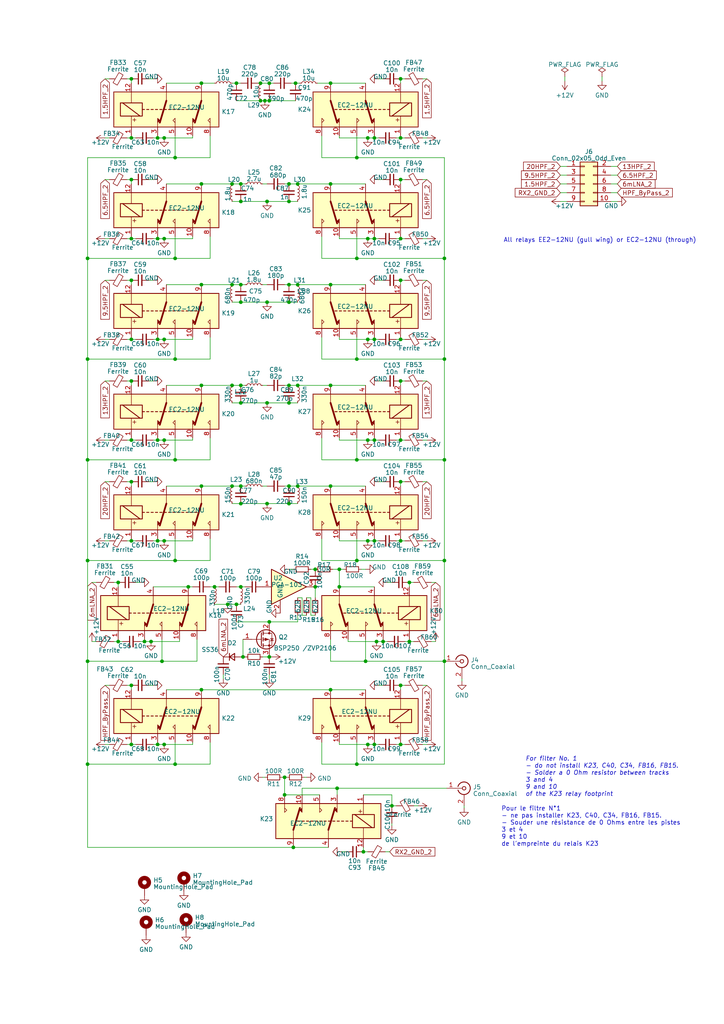
<source format=kicad_sch>
(kicad_sch (version 20231120) (generator "eeschema") (generator_version "8.0")
  (paper "A4" portrait)
  (junction (at 69.85 87.63))
  (junction (at 103.505 45.72))
  (junction (at 83.82 82.55))
  (junction (at 82.55 225.425))
  (junction (at 45.72 69.215))
  (junction (at 38.1 139.7))
  (junction (at 118.745 168.91))
  (junction (at 69.85 111.76))
  (junction (at 108.585 69.215))
  (junction (at 83.82 140.97))
  (junction (at 83.82 53.34))
  (junction (at 58.42 200.025))
  (junction (at 95.885 200.025))
  (junction (at 38.1 81.28))
  (junction (at 106.68 127.635))
  (junction (at 50.8 133.35))
  (junction (at 98.425 165.1))
  (junction (at 45.72 127.635))
  (junction (at 128.905 162.56))
  (junction (at 108.585 215.9))
  (junction (at 95.885 82.55))
  (junction (at 67.31 53.34))
  (junction (at 83.82 146.05))
  (junction (at 91.44 170.18))
  (junction (at 77.47 116.84))
  (junction (at 38.1 98.425))
  (junction (at 83.82 58.42))
  (junction (at 38.1 22.86))
  (junction (at 106.68 98.425))
  (junction (at 62.23 170.18))
  (junction (at 95.885 24.13))
  (junction (at 83.82 87.63))
  (junction (at 43.815 186.055))
  (junction (at 25.4 191.77))
  (junction (at 38.1 156.845))
  (junction (at 45.72 156.845))
  (junction (at 58.42 82.55))
  (junction (at 128.905 191.77))
  (junction (at 106.68 69.215))
  (junction (at 116.205 69.215))
  (junction (at 45.72 215.9))
  (junction (at 41.91 186.055))
  (junction (at 70.485 190.5))
  (junction (at 69.85 146.05))
  (junction (at 47.625 156.845))
  (junction (at 116.205 139.7))
  (junction (at 103.505 221.615))
  (junction (at 46.99 191.77))
  (junction (at 25.4 221.615))
  (junction (at 38.1 215.9))
  (junction (at 47.625 98.425))
  (junction (at 58.42 111.76))
  (junction (at 116.205 52.07))
  (junction (at 103.505 74.93))
  (junction (at 68.58 24.13))
  (junction (at 108.585 156.845))
  (junction (at 77.47 87.63))
  (junction (at 78.105 29.21))
  (junction (at 78.105 180.34))
  (junction (at 25.4 104.14))
  (junction (at 116.205 110.49))
  (junction (at 25.4 74.93))
  (junction (at 85.09 245.745))
  (junction (at 69.85 82.55))
  (junction (at 109.22 186.055))
  (junction (at 116.205 81.28))
  (junction (at 83.82 116.84))
  (junction (at 105.41 247.015))
  (junction (at 25.4 133.35))
  (junction (at 103.505 162.56))
  (junction (at 68.58 175.26))
  (junction (at 116.205 156.845))
  (junction (at 95.885 140.97))
  (junction (at 47.625 69.215))
  (junction (at 69.85 58.42))
  (junction (at 78.105 24.13))
  (junction (at 47.625 215.9))
  (junction (at 116.205 127.635))
  (junction (at 111.125 186.055))
  (junction (at 54.61 170.18))
  (junction (at 97.79 228.6))
  (junction (at 106.68 40.005))
  (junction (at 95.885 53.34))
  (junction (at 50.8 45.72))
  (junction (at 38.1 69.215))
  (junction (at 116.205 198.755))
  (junction (at 47.625 40.005))
  (junction (at 116.205 215.9))
  (junction (at 58.42 140.97))
  (junction (at 86.36 111.76))
  (junction (at 106.045 191.77))
  (junction (at 69.85 116.84))
  (junction (at 38.1 198.755))
  (junction (at 38.1 52.07))
  (junction (at 50.8 162.56))
  (junction (at 25.4 162.56))
  (junction (at 47.625 127.635))
  (junction (at 75.565 29.21))
  (junction (at 106.68 215.9))
  (junction (at 50.8 221.615))
  (junction (at 66.04 175.26))
  (junction (at 34.29 168.91))
  (junction (at 95.885 111.76))
  (junction (at 67.31 140.97))
  (junction (at 128.905 133.35))
  (junction (at 86.36 140.97))
  (junction (at 58.42 53.34))
  (junction (at 116.205 98.425))
  (junction (at 82.55 230.505))
  (junction (at 128.905 104.14))
  (junction (at 83.82 111.76))
  (junction (at 116.205 22.86))
  (junction (at 45.72 40.005))
  (junction (at 45.72 98.425))
  (junction (at 38.1 127.635))
  (junction (at 91.44 165.1))
  (junction (at 67.31 111.76))
  (junction (at 69.85 53.34))
  (junction (at 76.835 29.21))
  (junction (at 38.1 40.005))
  (junction (at 128.905 74.93))
  (junction (at 67.31 82.55))
  (junction (at 98.425 170.18))
  (junction (at 108.585 98.425))
  (junction (at 69.85 140.97))
  (junction (at 69.85 170.18))
  (junction (at 77.47 146.05))
  (junction (at 103.505 104.14))
  (junction (at 86.36 82.55))
  (junction (at 86.36 53.34))
  (junction (at 78.105 190.5))
  (junction (at 106.68 156.845))
  (junction (at 108.585 40.005))
  (junction (at 85.725 24.13))
  (junction (at 113.665 233.68))
  (junction (at 108.585 127.635))
  (junction (at 38.1 110.49))
  (junction (at 75.565 24.13))
  (junction (at 103.505 133.35))
  (junction (at 34.29 186.055))
  (junction (at 50.8 74.93))
  (junction (at 77.47 58.42))
  (junction (at 58.42 24.13))
  (junction (at 116.205 40.005))
  (junction (at 50.8 104.14))
  (junction (at 118.745 186.055))
  (wire (pts (xy 106.68 98.425) (xy 98.425 98.425)))
  (wire (pts (xy 69.85 140.97) (xy 71.12 140.97)))
  (wire (pts (xy 128.905 45.72) (xy 128.905 74.93)))
  (wire (pts (xy 98.425 69.215) (xy 98.425 68.58)))
  (wire (pts (xy 128.905 74.93) (xy 128.905 104.14)))
  (wire (pts (xy 98.425 215.9) (xy 98.425 215.265)))
  (wire (pts (xy 74.93 24.13) (xy 75.565 24.13)))
  (wire (pts (xy 83.82 116.84) (xy 86.36 116.84)))
  (wire (pts (xy 87.63 230.505) (xy 87.63 228.6)))
  (wire (pts (xy 78.105 29.21) (xy 76.835 29.21)))
  (wire (pts (xy 25.4 133.35) (xy 50.8 133.35)))
  (wire (pts (xy 55.88 156.845) (xy 55.88 156.21)))
  (wire (pts (xy 78.105 29.21) (xy 85.725 29.21)))
  (wire (pts (xy 44.45 156.845) (xy 45.72 156.845)))
  (wire (pts (xy 87.63 173.355) (xy 86.36 173.355)))
  (wire (pts (xy 33.02 186.055) (xy 34.29 186.055)))
  (wire (pts (xy 85.09 245.745) (xy 95.25 245.745)))
  (wire (pts (xy 116.205 81.28) (xy 116.205 82.55)))
  (wire (pts (xy 30.48 69.215) (xy 31.75 69.215)))
  (wire (pts (xy 78.105 180.34) (xy 86.36 180.34)))
  (wire (pts (xy 66.04 175.26) (xy 68.58 175.26)))
  (wire (pts (xy 117.475 186.055) (xy 118.745 186.055)))
  (wire (pts (xy 116.205 22.86) (xy 116.205 24.13)))
  (wire (pts (xy 85.725 24.13) (xy 86.995 24.13)))
  (wire (pts (xy 41.91 185.42) (xy 41.91 186.055)))
  (wire (pts (xy 60.96 215.265) (xy 60.96 221.615)))
  (wire (pts (xy 48.26 53.34) (xy 58.42 53.34)))
  (wire (pts (xy 100.33 247.015) (xy 99.06 247.015)))
  (wire (pts (xy 86.36 53.34) (xy 95.885 53.34)))
  (wire (pts (xy 108.585 127) (xy 108.585 127.635)))
  (wire (pts (xy 114.935 98.425) (xy 116.205 98.425)))
  (wire (pts (xy 108.585 215.265) (xy 108.585 215.9)))
  (wire (pts (xy 50.8 221.615) (xy 60.96 221.615)))
  (wire (pts (xy 177.165 58.42) (xy 179.07 58.42)))
  (wire (pts (xy 83.82 82.55) (xy 86.36 82.55)))
  (wire (pts (xy 108.585 40.005) (xy 106.68 40.005)))
  (wire (pts (xy 113.03 247.015) (xy 111.76 247.015)))
  (wire (pts (xy 38.1 139.7) (xy 38.1 140.97)))
  (wire (pts (xy 67.31 58.42) (xy 69.85 58.42)))
  (wire (pts (xy 83.82 146.05) (xy 86.36 146.05)))
  (wire (pts (xy 69.85 111.76) (xy 71.12 111.76)))
  (wire (pts (xy 25.4 45.72) (xy 25.4 74.93)))
  (wire (pts (xy 95.885 185.42) (xy 95.885 191.77)))
  (wire (pts (xy 39.37 156.845) (xy 38.1 156.845)))
  (wire (pts (xy 36.83 110.49) (xy 38.1 110.49)))
  (wire (pts (xy 95.885 82.55) (xy 106.045 82.55)))
  (wire (pts (xy 108.585 97.79) (xy 108.585 98.425)))
  (wire (pts (xy 69.85 53.34) (xy 71.12 53.34)))
  (wire (pts (xy 163.83 22.225) (xy 163.83 23.495)))
  (wire (pts (xy 45.72 156.21) (xy 45.72 156.845)))
  (wire (pts (xy 39.37 127.635) (xy 38.1 127.635)))
  (wire (pts (xy 117.475 139.7) (xy 116.205 139.7)))
  (wire (pts (xy 36.83 156.845) (xy 38.1 156.845)))
  (wire (pts (xy 38.1 98.425) (xy 38.1 97.79)))
  (wire (pts (xy 79.375 24.13) (xy 78.105 24.13)))
  (wire (pts (xy 123.825 215.9) (xy 122.555 215.9)))
  (wire (pts (xy 113.665 168.91) (xy 112.395 168.91)))
  (wire (pts (xy 17.145 389.89) (xy 18.415 389.89)))
  (wire (pts (xy 50.8 45.72) (xy 60.96 45.72)))
  (wire (pts (xy 88.9 178.435) (xy 87.63 178.435)))
  (wire (pts (xy 50.8 68.58) (xy 50.8 74.93)))
  (wire (pts (xy 116.205 215.9) (xy 116.205 215.265)))
  (wire (pts (xy 116.205 98.425) (xy 116.205 97.79)))
  (wire (pts (xy 25.4 191.77) (xy 46.99 191.77)))
  (wire (pts (xy 117.475 52.07) (xy 116.205 52.07)))
  (wire (pts (xy 120.015 186.055) (xy 118.745 186.055)))
  (wire (pts (xy 117.475 81.28) (xy 116.205 81.28)))
  (wire (pts (xy 39.37 69.215) (xy 38.1 69.215)))
  (wire (pts (xy 111.125 81.28) (xy 109.855 81.28)))
  (wire (pts (xy 50.8 215.265) (xy 50.8 221.615)))
  (wire (pts (xy 26.67 168.91) (xy 27.94 168.91)))
  (wire (pts (xy 128.905 133.35) (xy 128.905 162.56)))
  (wire (pts (xy 44.45 40.005) (xy 45.72 40.005)))
  (wire (pts (xy 93.345 68.58) (xy 93.345 74.93)))
  (wire (pts (xy 105.41 230.505) (xy 113.665 230.505)))
  (wire (pts (xy 67.31 146.05) (xy 69.85 146.05)))
  (wire (pts (xy 48.26 111.76) (xy 58.42 111.76)))
  (wire (pts (xy 70.485 190.5) (xy 71.12 190.5)))
  (wire (pts (xy 116.205 139.7) (xy 116.205 140.97)))
  (wire (pts (xy 82.55 140.97) (xy 83.82 140.97)))
  (wire (pts (xy 88.265 225.425) (xy 88.9 225.425)))
  (wire (pts (xy 177.165 55.88) (xy 179.07 55.88)))
  (wire (pts (xy 38.1 52.07) (xy 38.1 53.34)))
  (wire (pts (xy 45.72 98.425) (xy 47.625 98.425)))
  (wire (pts (xy 128.905 104.14) (xy 103.505 104.14)))
  (wire (pts (xy 111.125 186.055) (xy 109.22 186.055)))
  (wire (pts (xy 76.2 140.97) (xy 77.47 140.97)))
  (wire (pts (xy 35.56 186.055) (xy 34.29 186.055)))
  (wire (pts (xy 111.125 185.42) (xy 111.125 186.055)))
  (wire (pts (xy 69.85 116.84) (xy 77.47 116.84)))
  (wire (pts (xy 43.18 22.86) (xy 44.45 22.86)))
  (wire (pts (xy 60.96 170.18) (xy 62.23 170.18)))
  (wire (pts (xy 38.1 156.845) (xy 38.1 156.21)))
  (wire (pts (xy 126.365 186.055) (xy 125.095 186.055)))
  (wire (pts (xy 44.45 215.9) (xy 45.72 215.9)))
  (wire (pts (xy 113.665 238.76) (xy 113.665 239.395)))
  (wire (pts (xy 36.83 198.755) (xy 38.1 198.755)))
  (wire (pts (xy 57.15 185.42) (xy 57.15 191.77)))
  (wire (pts (xy 116.205 198.755) (xy 116.205 200.025)))
  (wire (pts (xy 128.905 162.56) (xy 128.905 191.77)))
  (wire (pts (xy 103.505 104.14) (xy 93.345 104.14)))
  (wire (pts (xy 106.045 191.77) (xy 95.885 191.77)))
  (wire (pts (xy 103.505 162.56) (xy 93.345 162.56)))
  (wire (pts (xy 50.8 39.37) (xy 50.8 45.72)))
  (wire (pts (xy 43.18 81.28) (xy 44.45 81.28)))
  (wire (pts (xy 95.885 140.97) (xy 106.045 140.97)))
  (wire (pts (xy 103.505 68.58) (xy 103.505 74.93)))
  (wire (pts (xy 43.815 186.055) (xy 52.07 186.055)))
  (wire (pts (xy 68.58 175.26) (xy 69.85 175.26)))
  (wire (pts (xy 43.18 198.755) (xy 44.45 198.755)))
  (wire (pts (xy 36.83 69.215) (xy 38.1 69.215)))
  (wire (pts (xy 39.37 215.9) (xy 38.1 215.9)))
  (wire (pts (xy 123.825 22.86) (xy 122.555 22.86)))
  (wire (pts (xy 123.825 69.215) (xy 122.555 69.215)))
  (wire (pts (xy 82.55 111.76) (xy 83.82 111.76)))
  (wire (pts (xy 47.625 127.635) (xy 55.88 127.635)))
  (wire (pts (xy 118.745 186.055) (xy 118.745 185.42)))
  (wire (pts (xy 128.905 162.56) (xy 103.505 162.56)))
  (wire (pts (xy 82.55 53.34) (xy 83.82 53.34)))
  (wire (pts (xy 67.31 24.13) (xy 68.58 24.13)))
  (wire (pts (xy 30.48 110.49) (xy 31.75 110.49)))
  (wire (pts (xy 38.1 215.9) (xy 38.1 215.265)))
  (wire (pts (xy 47.625 215.9) (xy 55.88 215.9)))
  (wire (pts (xy 120.015 168.91) (xy 118.745 168.91)))
  (wire (pts (xy 123.825 81.28) (xy 122.555 81.28)))
  (wire (pts (xy 86.36 180.34) (xy 86.36 178.435)))
  (wire (pts (xy 25.4 133.35) (xy 25.4 162.56)))
  (wire (pts (xy 25.4 74.93) (xy 50.8 74.93)))
  (wire (pts (xy 82.55 230.505) (xy 92.71 230.505)))
  (wire (pts (xy 67.31 140.97) (xy 69.85 140.97)))
  (wire (pts (xy 87.63 178.435) (xy 87.63 173.355)))
  (wire (pts (xy 45.72 215.9) (xy 47.625 215.9)))
  (wire (pts (xy 45.72 39.37) (xy 45.72 40.005)))
  (wire (pts (xy 123.825 127.635) (xy 122.555 127.635)))
  (wire (pts (xy 96.52 165.1) (xy 98.425 165.1)))
  (wire (pts (xy 109.855 98.425) (xy 108.585 98.425)))
  (wire (pts (xy 47.625 40.005) (xy 55.88 40.005)))
  (wire (pts (xy 45.72 69.215) (xy 47.625 69.215)))
  (wire (pts (xy 36.83 98.425) (xy 38.1 98.425)))
  (wire (pts (xy 45.72 156.845) (xy 47.625 156.845)))
  (wire (pts (xy 83.82 87.63) (xy 86.36 87.63)))
  (wire (pts (xy 34.29 186.055) (xy 34.29 185.42)))
  (wire (pts (xy 123.825 139.7) (xy 122.555 139.7)))
  (wire (pts (xy 117.475 22.86) (xy 116.205 22.86)))
  (wire (pts (xy 30.48 22.86) (xy 31.75 22.86)))
  (wire (pts (xy 67.31 87.63) (xy 69.85 87.63)))
  (wire (pts (xy 36.83 127.635) (xy 38.1 127.635)))
  (wire (pts (xy 38.1 110.49) (xy 38.1 111.76)))
  (wire (pts (xy 30.48 215.9) (xy 31.75 215.9)))
  (wire (pts (xy 45.72 68.58) (xy 45.72 69.215)))
  (wire (pts (xy 78.105 24.13) (xy 75.565 24.13)))
  (wire (pts (xy 76.2 53.34) (xy 77.47 53.34)))
  (wire (pts (xy 76.835 29.21) (xy 75.565 29.21)))
  (wire (pts (xy 55.88 69.215) (xy 55.88 68.58)))
  (wire (pts (xy 111.125 52.07) (xy 109.855 52.07)))
  (wire (pts (xy 123.825 198.755) (xy 122.555 198.755)))
  (wire (pts (xy 30.48 52.07) (xy 31.75 52.07)))
  (wire (pts (xy 39.37 40.005) (xy 38.1 40.005)))
  (wire (pts (xy 108.585 215.9) (xy 106.68 215.9)))
  (wire (pts (xy 106.68 127.635) (xy 98.425 127.635)))
  (wire (pts (xy 109.855 127.635) (xy 108.585 127.635)))
  (wire (pts (xy 116.205 52.07) (xy 116.205 53.34)))
  (wire (pts (xy 95.885 24.13) (xy 106.045 24.13)))
  (wire (pts (xy 103.505 45.72) (xy 93.345 45.72)))
  (wire (pts (xy 116.205 127.635) (xy 116.205 127)))
  (wire (pts (xy 25.4 45.72) (xy 50.8 45.72)))
  (wire (pts (xy 123.825 156.845) (xy 122.555 156.845)))
  (wire (pts (xy 67.31 53.34) (xy 69.85 53.34)))
  (wire (pts (xy 103.505 97.79) (xy 103.505 104.14)))
  (wire (pts (xy 58.42 53.34) (xy 67.31 53.34)))
  (wire (pts (xy 48.26 140.97) (xy 58.42 140.97)))
  (wire (pts (xy 92.075 24.13) (xy 95.885 24.13)))
  (wire (pts (xy 45.72 127.635) (xy 47.625 127.635)))
  (wire (pts (xy 117.475 69.215) (xy 116.205 69.215)))
  (wire (pts (xy 133.985 196.85) (xy 133.985 197.485)))
  (wire (pts (xy 114.935 69.215) (xy 116.205 69.215)))
  (wire (pts (xy 103.505 133.35) (xy 93.345 133.35)))
  (wire (pts (xy 62.23 175.26) (xy 66.04 175.26)))
  (wire (pts (xy 128.905 104.14) (xy 128.905 133.35)))
  (wire (pts (xy 106.68 247.015) (xy 105.41 247.015)))
  (wire (pts (xy 97.79 228.6) (xy 129.54 228.6)))
  (wire (pts (xy 113.665 230.505) (xy 113.665 233.68)))
  (wire (pts (xy 60.96 97.79) (xy 60.96 104.14)))
  (wire (pts (xy 106.68 215.9) (xy 98.425 215.9)))
  (wire (pts (xy 50.8 133.35) (xy 60.96 133.35)))
  (wire (pts (xy 98.425 165.1) (xy 98.425 170.18)))
  (wire (pts (xy 39.37 98.425) (xy 38.1 98.425)))
  (wire (pts (xy 177.165 50.8) (xy 179.07 50.8)))
  (wire (pts (xy 86.36 111.76) (xy 95.885 111.76)))
  (wire (pts (xy 50.8 162.56) (xy 60.96 162.56)))
  (wire (pts (xy 81.915 225.425) (xy 82.55 225.425)))
  (wire (pts (xy 162.56 55.88) (xy 164.465 55.88)))
  (wire (pts (xy 25.4 245.745) (xy 85.09 245.745)))
  (wire (pts (xy 162.56 53.34) (xy 164.465 53.34)))
  (wire (pts (xy 64.77 195.58) (xy 64.77 196.85)))
  (wire (pts (xy 106.045 191.77) (xy 128.905 191.77)))
  (wire (pts (xy 103.505 215.265) (xy 103.505 221.615)))
  (wire (pts (xy 83.82 165.1) (xy 85.09 165.1)))
  (wire (pts (xy 30.48 40.005) (xy 31.75 40.005)))
  (wire (pts (xy 36.83 52.07) (xy 38.1 52.07)))
  (wire (pts (xy 174.625 22.225) (xy 174.625 23.495)))
  (wire (pts (xy 38.1 69.215) (xy 38.1 68.58)))
  (wire (pts (xy 93.345 215.265) (xy 93.345 221.615)))
  (wire (pts (xy 60.96 39.37) (xy 60.96 45.72)))
  (wire (pts (xy 67.31 111.76) (xy 69.85 111.76)))
  (wire (pts (xy 52.07 186.055) (xy 52.07 185.42)))
  (wire (pts (xy 68.58 170.18) (xy 69.85 170.18)))
  (wire (pts (xy 105.41 247.015) (xy 105.41 245.745)))
  (wire (pts (xy 97.79 228.6) (xy 97.79 230.505)))
  (wire (pts (xy 116.205 69.215) (xy 116.205 68.58)))
  (wire (pts (xy 77.47 146.05) (xy 83.82 146.05)))
  (wire (pts (xy 36.83 139.7) (xy 38.1 139.7)))
  (wire (pts (xy 38.1 81.28) (xy 38.1 82.55)))
  (wire (pts (xy 108.585 156.845) (xy 106.68 156.845)))
  (wire (pts (xy 67.31 82.55) (xy 69.85 82.55)))
  (wire (pts (xy 111.125 139.7) (xy 109.855 139.7)))
  (wire (pts (xy 91.44 170.18) (xy 91.44 173.355)))
  (wire (pts (xy 46.99 185.42) (xy 46.99 191.77)))
  (wire (pts (xy 95.885 53.34) (xy 106.045 53.34)))
  (wire (pts (xy 128.905 221.615) (xy 103.505 221.615)))
  (wire (pts (xy 82.55 82.55) (xy 83.82 82.55)))
  (wire (pts (xy 90.17 173.355) (xy 88.9 173.355)))
  (wire (pts (xy 76.2 82.55) (xy 77.47 82.55)))
  (wire (pts (xy 30.48 198.755) (xy 31.75 198.755)))
  (wire (pts (xy 45.72 127) (xy 45.72 127.635)))
  (wire (pts (xy 108.585 69.215) (xy 106.68 69.215)))
  (wire (pts (xy 67.31 116.84) (xy 69.85 116.84)))
  (wire (pts (xy 95.885 111.76) (xy 106.045 111.76)))
  (wire (pts (xy 68.58 29.21) (xy 75.565 29.21)))
  (wire (pts (xy 98.425 98.425) (xy 98.425 97.79)))
  (wire (pts (xy 76.2 190.5) (xy 78.105 190.5)))
  (wire (pts (xy 117.475 156.845) (xy 116.205 156.845)))
  (wire (pts (xy 34.29 168.91) (xy 34.29 170.18)))
  (wire (pts (xy 117.475 198.755) (xy 116.205 198.755)))
  (wire (pts (xy 103.505 39.37) (xy 103.505 45.72)))
  (wire (pts (xy 48.26 200.025) (xy 58.42 200.025)))
  (wire (pts (xy 100.965 186.055) (xy 100.965 185.42)))
  (wire (pts (xy 98.425 40.005) (xy 98.425 39.37)))
  (wire (pts (xy 106.68 156.845) (xy 98.425 156.845)))
  (wire (pts (xy 46.99 191.77) (xy 57.15 191.77)))
  (wire (pts (xy 41.91 186.055) (xy 43.815 186.055)))
  (wire (pts (xy 76.2 225.425) (xy 76.835 225.425)))
  (wire (pts (xy 47.625 156.845) (xy 55.88 156.845)))
  (wire (pts (xy 111.125 110.49) (xy 109.855 110.49)))
  (wire (pts (xy 69.85 190.5) (xy 70.485 190.5)))
  (wire (pts (xy 45.72 40.005) (xy 47.625 40.005)))
  (wire (pts (xy 43.18 139.7) (xy 44.45 139.7)))
  (wire (pts (xy 38.1 198.755) (xy 38.1 200.025)))
  (wire (pts (xy 106.68 69.215) (xy 98.425 69.215)))
  (wire (pts (xy 123.825 52.07) (xy 122.555 52.07)))
  (wire (pts (xy 36.83 215.9) (xy 38.1 215.9)))
  (wire (pts (xy 83.82 140.97) (xy 86.36 140.97)))
  (wire (pts (xy 77.47 58.42) (xy 83.82 58.42)))
  (wire (pts (xy 114.935 233.68) (xy 113.665 233.68)))
  (wire (pts (xy 90.17 165.1) (xy 91.44 165.1)))
  (wire (pts (xy 69.85 87.63) (xy 77.47 87.63)))
  (wire (pts (xy 82.55 225.425) (xy 83.185 225.425)))
  (wire (pts (xy 121.285 233.68) (xy 120.015 233.68)))
  (wire (pts (xy 109.22 186.055) (xy 100.965 186.055)))
  (wire (pts (xy 177.165 53.34) (xy 179.07 53.34)))
  (wire (pts (xy 93.345 127) (xy 93.345 133.35)))
  (wire (pts (xy 58.42 200.025) (xy 95.885 200.025)))
  (wire (pts (xy 108.585 98.425) (xy 106.68 98.425)))
  (wire (pts (xy 109.855 69.215) (xy 108.585 69.215)))
  (wire (pts (xy 55.88 40.005) (xy 55.88 39.37)))
  (wire (pts (xy 60.96 68.58) (xy 60.96 74.93)))
  (wire (pts (xy 60.96 127) (xy 60.96 133.35)))
  (wire (pts (xy 30.48 81.28) (xy 31.75 81.28)))
  (wire (pts (xy 47.625 98.425) (xy 55.88 98.425)))
  (wire (pts (xy 25.4 74.93) (xy 25.4 104.14)))
  (wire (pts (xy 109.855 156.845) (xy 108.585 156.845)))
  (wire (pts (xy 128.905 74.93) (xy 103.505 74.93)))
  (wire (pts (xy 44.45 98.425) (xy 45.72 98.425)))
  (wire (pts (xy 69.85 82.55) (xy 71.12 82.55)))
  (wire (pts (xy 45.72 97.79) (xy 45.72 98.425)))
  (wire (pts (xy 106.045 185.42) (xy 106.045 191.77)))
  (wire (pts (xy 103.505 156.21) (xy 103.505 162.56)))
  (wire (pts (xy 112.395 186.055) (xy 111.125 186.055)))
  (wire (pts (xy 162.56 58.42) (xy 164.465 58.42)))
  (wire (pts (xy 70.485 190.5) (xy 70.485 185.42)))
  (wire (pts (xy 25.4 162.56) (xy 25.4 191.77)))
  (wire (pts (xy 111.125 198.755) (xy 109.855 198.755)))
  (wire (pts (xy 109.855 215.9) (xy 108.585 215.9)))
  (wire (pts (xy 40.64 186.055) (xy 41.91 186.055)))
  (wire (pts (xy 85.725 24.13) (xy 84.455 24.13)))
  (wire (pts (xy 54.61 170.18) (xy 55.88 170.18)))
  (wire (pts (xy 83.82 53.34) (xy 86.36 53.34)))
  (wire (pts (xy 114.935 127.635) (xy 116.205 127.635)))
  (wire (pts (xy 118.745 168.91) (xy 118.745 170.18)))
  (wire (pts (xy 126.365 168.91) (xy 125.095 168.91)))
  (wire (pts (xy 50.8 74.93) (xy 60.96 74.93)))
  (wire (pts (xy 82.55 225.425) (xy 82.55 230.505)))
  (wire (pts (xy 25.4 104.14) (xy 25.4 133.35)))
  (wire (pts (xy 162.56 48.26) (xy 164.465 48.26)))
  (wire (pts (xy 68.58 180.34) (xy 78.105 180.34)))
  (wire (pts (xy 78.105 190.5) (xy 78.74 190.5)))
  (wire (pts (xy 43.18 110.49) (xy 44.45 110.49)))
  (wire (pts (xy 30.48 156.845) (xy 31.75 156.845)))
  (wire (pts (xy 44.45 69.215) (xy 45.72 69.215)))
  (wire (pts (xy 117.475 127.635) (xy 116.205 127.635)))
  (wire (pts (xy 114.935 40.005) (xy 116.205 40.005)))
  (wire (pts (xy 114.935 156.845) (xy 116.205 156.845)))
  (wire (pts (xy 58.42 111.76) (xy 67.31 111.76)))
  (wire (pts (xy 55.88 98.425) (xy 55.88 97.79)))
  (wire (pts (xy 86.36 140.97) (xy 95.885 140.97)))
  (wire (pts (xy 69.85 170.18) (xy 71.12 170.18)))
  (wire (pts (xy 162.56 50.8) (xy 164.465 50.8)))
  (wire (pts (xy 38.1 40.005) (xy 38.1 39.37)))
  (wire (pts (xy 45.72 215.265) (xy 45.72 215.9)))
  (wire (pts (xy 109.855 40.005) (xy 108.585 40.005)))
  (wire (pts (xy 103.505 221.615) (xy 93.345 221.615)))
  (wire (pts (xy 58.42 82.55) (xy 67.31 82.55)))
  (wire (pts (xy 111.125 22.86) (xy 109.855 22.86)))
  (wire (pts (xy 103.505 127) (xy 103.505 133.35)))
  (wire (pts (xy 39.37 168.91) (xy 40.64 168.91)))
  (wire (pts (xy 177.165 48.26) (xy 179.07 48.26)))
  (wire (pts (xy 69.85 146.05) (xy 77.47 146.05)))
  (wire (pts (xy 50.8 127) (xy 50.8 133.35)))
  (wire (pts (xy 43.18 52.07) (xy 44.45 52.07)))
  (wire (pts (xy 90.17 178.435) (xy 90.17 173.355)))
  (wire (pts (xy 47.625 69.215) (xy 55.88 69.215)))
  (wire (pts (xy 87.63 228.6) (xy 97.79 228.6)))
  (wire (pts (xy 93.345 97.79) (xy 93.345 104.14)))
  (wire (pts (xy 98.425 165.1) (xy 99.695 165.1)))
  (wire (pts (xy 128.905 133.35) (xy 103.505 133.35)))
  (wire (pts (xy 62.23 170.18) (xy 63.5 170.18)))
  (wire (pts (xy 25.4 221.615) (xy 50.8 221.615)))
  (wire (pts (xy 98.425 170.18) (xy 108.585 170.18)))
  (wire (pts (xy 134.62 233.68) (xy 134.62 234.315)))
  (wire (pts (xy 68.58 24.13) (xy 69.85 24.13)))
  (wire (pts (xy 106.68 40.005) (xy 98.425 40.005)))
  (wire (pts (xy 98.425 127.635) (xy 98.425 127)))
  (wire (pts (xy 25.4 191.77) (xy 25.4 221.615)))
  (wire (pts (xy 108.585 68.58) (xy 108.585 69.215)))
  (wire (pts (xy 86.36 82.55) (xy 95.885 82.55)))
  (wire (pts (xy 116.205 110.49) (xy 116.205 111.76)))
  (wire (pts (xy 58.42 140.97) (xy 67.31 140.97)))
  (wire (pts (xy 128.905 45.72) (xy 103.505 45.72)))
  (wire (pts (xy 44.45 127.635) (xy 45.72 127.635)))
  (wire (pts (xy 116.205 40.005) (xy 116.205 39.37)))
  (wire (pts (xy 55.88 127.635) (xy 55.88 127)))
  (wire (pts (xy 60.96 156.21) (xy 60.96 162.56)))
  (wire (pts (xy 108.585 39.37) (xy 108.585 40.005)))
  (wire (pts (xy 25.4 162.56) (xy 50.8 162.56)))
  (wire (pts (xy 117.475 215.9) (xy 116.205 215.9)))
  (wire (pts (xy 50.8 104.14) (xy 60.96 104.14)))
  (wire (pts (xy 36.83 22.86) (xy 38.1 22.86)))
  (wire (pts (xy 93.345 156.21) (xy 93.345 162.56)))
  (wire (pts (xy 48.26 82.55) (xy 58.42 82.55)))
  (wire (pts (xy 69.85 58.42) (xy 77.47 58.42)))
  (wire (pts (xy 77.47 87.63) (xy 83.82 87.63)))
  (wire (pts (xy 48.26 24.13) (xy 58.42 24.13)))
  (wire (pts (xy 98.425 156.845) (xy 98.425 156.21)))
  (wire (pts (xy 50.8 97.79) (xy 50.8 104.14)))
  (wire (pts (xy 128.905 191.77) (xy 128.905 221.615)))
  (wire (pts (xy 25.4 104.14) (xy 50.8 104.14)))
  (wire (pts (xy 55.88 215.9) (xy 55.88 215.265)))
  (wire (pts (xy 50.8 156.21) (xy 50.8 162.56)))
  (wire (pts (xy 117.475 110.49) (xy 116.205 110.49)))
  (wire (pts (xy 123.825 110.49) (xy 122.555 110.49)))
  (wire (pts (xy 117.475 98.425) (xy 116.205 98.425)))
  (wire (pts (xy 95.885 200.025) (xy 106.045 200.025)))
  (wire (pts (xy 123.825 40.005) (xy 122.555 40.005)))
  (wire (pts (xy 38.1 127.635) (xy 38.1 127)))
  (wire (pts (xy 123.825 98.425) (xy 122.555 98.425)))
  (wire (pts (xy 83.82 58.42) (xy 86.36 58.42)))
  (wire (pts (xy 26.67 186.055) (xy 27.94 186.055)))
  (wire (pts (xy 116.205 156.845) (xy 116.205 156.21)))
  (wire (pts (xy 108.585 156.21) (xy 108.585 156.845)))
  (wire (pts (xy 33.02 168.91) (xy 34.29 168.91)))
  (wire (pts (xy 30.48 139.7) (xy 31.75 139.7)))
  (wire (pts (xy 36.83 40.005) (xy 38.1 40.005)))
  (wire (pts (xy 103.505 74.93) (xy 93.345 74.93)))
  (wire (pts (xy 108.585 127.635) (xy 106.68 127.635)))
  (wire (pts (xy 76.2 111.76) (xy 77.47 111.76)))
  (wire (pts (xy 117.475 40.005) (xy 116.205 40.005)))
  (wire (pts (xy 30.48 98.425) (xy 31.75 98.425)))
  (wire (pts (xy 78.105 195.58) (xy 78.105 196.85)))
  (wire (pts (xy 30.48 127.635) (xy 31.75 127.635)))
  (wire (pts (xy 36.83 81.28) (xy 38.1 81.28)))
  (wire (pts (xy 38.1 22.86) (xy 38.1 24.13)))
  (wire (pts (xy 83.82 111.76) (xy 86.36 111.76)))
  (wire (pts (xy 58.42 24.13) (xy 62.23 24.13)))
  (wire (pts (xy 91.44 178.435) (xy 90.17 178.435)))
  (wire (pts (xy 104.775 165.1) (xy 106.045 165.1)))
  (wire (pts (xy 93.345 39.37) (xy 93.345 45.72)))
  (wire (pts (xy 25.4 221.615) (xy 25.4 245.745)))
  (wire (pts (xy 77.47 116.84) (xy 83.82 116.84)))
  (wire (pts (xy 44.45 170.18) (xy 54.61 170.18)))
  (wire (pts (xy 114.935 215.9) (xy 116.205 215.9)))
  (text "Pour le filtre N°1\n- ne pas installer K23, C40, C34, FB16, FB15. \n- Souder une résistance de 0 Ohms entre les pistes \n3 et 4\n9 et 10 \nde l'empreinte du relais K23\n\n" (at 145.415 247.65 0) (effects (font (size 1.27 1.27)) (justify left bottom)))
  (text "All relays EE2-12NU (gull wing) or EC2-12NU (through) " (at 146.05 70.485 0) (effects (font (size 1.27 1.27)) (justify left bottom)))
  (text "For filter No. 1\n- do not install K23, C40, C34, FB16, FB15. \n- Solder a 0 Ohm resistor between tracks \n3 and 4\n9 and 10 \nof the K23 relay footprint" (at 152.4 231.14 0) (effects (font (size 1.27 1.27) (italic yes)) (justify left bottom)))
  (global_label "13HPF_2" (shape input) (at 123.825 110.49 270) (property "Intersheetrefs" "${INTERSHEET_REFS}" (effects (hide yes))))
  (global_label "HPF_ByPass_2" (shape input) (at 123.825 198.755 270) (property "Intersheetrefs" "${INTERSHEET_REFS}" (effects (hide yes))))
  (global_label "1.5HPF_2" (shape input) (at 162.56 53.34 180) (property "Intersheetrefs" "${INTERSHEET_REFS}" (effects (hide yes))))
  (global_label "13HPF_2" (shape input) (at 30.48 110.49 270) (property "Intersheetrefs" "${INTERSHEET_REFS}" (effects (hide yes))))
  (global_label "9.5HPF_2" (shape input) (at 123.825 81.28 270) (property "Intersheetrefs" "${INTERSHEET_REFS}" (effects (hide yes))))
  (global_label "6.5HPF_2" (shape input) (at 179.07 50.8 0) (property "Intersheetrefs" "${INTERSHEET_REFS}" (effects (hide yes))))
  (global_label "1.5HPF_2" (shape input) (at 123.825 22.86 270) (property "Intersheetrefs" "${INTERSHEET_REFS}" (effects (hide yes))))
  (global_label "RX2_GND_2" (shape input) (at 113.03 247.015 0) (property "Intersheetrefs" "${INTERSHEET_REFS}" (effects (hide yes))))
  (global_label "20HPF_2" (shape input) (at 30.48 139.7 270) (property "Intersheetrefs" "${INTERSHEET_REFS}" (effects (hide yes))))
  (global_label "HPF_ByPass_2" (shape input) (at 179.07 55.88 0) (property "Intersheetrefs" "${INTERSHEET_REFS}" (effects (hide yes))))
  (global_label "6mLNA_2" (shape input) (at 26.67 168.91 270) (property "Intersheetrefs" "${INTERSHEET_REFS}" (effects (hide yes))))
  (global_label "6.5HPF_2" (shape input) (at 123.825 52.07 270) (property "Intersheetrefs" "${INTERSHEET_REFS}" (effects (hide yes))))
  (global_label "6mLNA_2" (shape input) (at 126.365 168.91 270) (property "Intersheetrefs" "${INTERSHEET_REFS}" (effects (hide yes))))
  (global_label "20HPF_2" (shape input) (at 162.56 48.26 180) (property "Intersheetrefs" "${INTERSHEET_REFS}" (effects (hide yes))))
  (global_label "6mLNA_2" (shape input) (at 64.77 190.5 90) (property "Intersheetrefs" "${INTERSHEET_REFS}" (effects (hide yes))))
  (global_label "9.5HPF_2" (shape input) (at 162.56 50.8 180) (property "Intersheetrefs" "${INTERSHEET_REFS}" (effects (hide yes))))
  (global_label "6mLNA_2" (shape input) (at 179.07 53.34 0) (property "Intersheetrefs" "${INTERSHEET_REFS}" (effects (hide yes))))
  (global_label "HPF_ByPass_2" (shape input) (at 30.48 198.755 270) (property "Intersheetrefs" "${INTERSHEET_REFS}" (effects (hide yes))))
  (global_label "RX2_GND_2" (shape input) (at 162.56 55.88 180) (property "Intersheetrefs" "${INTERSHEET_REFS}" (effects (hide yes))))
  (global_label "1.5HPF_2" (shape input) (at 30.48 22.86 270) (property "Intersheetrefs" "${INTERSHEET_REFS}" (effects (hide yes))))
  (global_label "20HPF_2" (shape input) (at 123.825 139.7 270) (property "Intersheetrefs" "${INTERSHEET_REFS}" (effects (hide yes))))
  (global_label "9.5HPF_2" (shape input) (at 30.48 81.28 270) (property "Intersheetrefs" "${INTERSHEET_REFS}" (effects (hide yes))))
  (global_label "6.5HPF_2" (shape input) (at 30.48 52.07 270) (property "Intersheetrefs" "${INTERSHEET_REFS}" (effects (hide yes))))
  (global_label "13HPF_2" (shape input) (at 179.07 48.26 0) (property "Intersheetrefs" "${INTERSHEET_REFS}" (effects (hide yes))))
  (symbol (lib_id "power:+12V") (at 123.825 156.845 270) (mirror x) (unit 1)
    (property "Reference" "#PWR0122" (effects (hide yes)))
    (property "Value" "+12V" (at 122.555 158.115 90) (effects (justify left)))
  )
  (symbol (lib_id "Device:C_Small") (at 41.91 215.9 90) (unit 1)
    (property "Reference" "C68" (at 40.005 217.17 90))
    (property "Value" "10n" (at 44.45 217.17 90))
    (property "Footprint" "Capacitor_SMD:C_0805_2012Metric_Pad1.18x1.45mm_HandSolder" (effects (hide yes)))
  )
  (symbol (lib_id "Connector:Conn_Coaxial") (at 134.62 228.6 0) (unit 1)
    (property "Reference" "J5" (at 137.1601 228.2495 0) (effects (justify left)))
    (property "Value" "Conn_Coaxial" (at 137.1601 230.1705 0) (effects (justify left)))
    (property "Footprint" "SMA_PINS:SMA_PINS" (effects (hide yes)))
    (property "Datasheet" " ~" (effects (hide yes)))
  )
  (symbol (lib_id "Device:FerriteBead_Small") (at 122.555 168.91 270) (mirror x) (unit 1)
    (property "Reference" "FB59" (at 122.5931 164.1983 90))
    (property "Value" "Ferrite" (at 122.5931 166.1193 90))
    (property "Footprint" "Inductor_SMD:L_0805_2012Metric" (effects (hide yes)))
  )
  (symbol (lib_id "Relay:EC2-12NU") (at 48.26 90.17 0) (mirror x) (unit 1)
    (property "Reference" "K19" (at 64.262 90.8137 0) (effects (justify left)))
    (property "Value" "EC2-12NU" (at 48.895 89.535 0) (effects (justify left)))
    (property "Footprint" "Relay_THT:Relay_DPDT_Kemet_EC2" (effects (hide yes)))
    (property "Datasheet" "https://content.kemet.com/datasheets/KEM_R7002_EC2_EE2.pdf" (effects (hide yes)))
  )
  (symbol (lib_id "Device:L_Small") (at 73.66 53.34 90) (unit 1)
    (property "Reference" "L25" (at 73.66 49.9513 90))
    (property "Value" "2.7u" (at 73.66 51.8723 90))
    (property "Footprint" "Inductor_SMD:L_1812_4532Metric_Pad1.30x3.40mm_HandSolder" (effects (hide yes)))
  )
  (symbol (lib_id "Device:C_Small") (at 83.82 114.3 180) (unit 1)
    (property "Reference" "C89" (at 81.28 113.03 0) (effects (justify right)))
    (property "Value" "270p" (at 80.01 115.57 0) (effects (justify right)))
    (property "Footprint" "Capacitor_SMD:C_0805_2012Metric_Pad1.18x1.45mm_HandSolder" (effects (hide yes)))
  )
  (symbol (lib_id "power:GND") (at 109.855 81.28 270) (mirror x) (unit 1)
    (property "Reference" "#PWR0111" (effects (hide yes)))
    (property "Value" "GND" (at 112.395 80.645 90) (effects (justify right)))
  )
  (symbol (lib_id "power:+12V") (at 121.285 233.68 270) (mirror x) (unit 1)
    (property "Reference" "#PWR0117" (effects (hide yes)))
    (property "Value" "+12V" (at 120.015 234.95 90) (effects (justify left)))
  )
  (symbol (lib_id "power:+12V") (at 30.48 215.9 90) (unit 1)
    (property "Reference" "#PWR072" (effects (hide yes)))
    (property "Value" "+12V" (at 31.75 217.17 90) (effects (justify left)))
  )
  (symbol (lib_id "power:+12V") (at 30.48 40.005 90) (unit 1)
    (property "Reference" "#PWR067" (effects (hide yes)))
    (property "Value" "+12V" (at 31.75 41.275 90) (effects (justify left)))
  )
  (symbol (lib_id "Device:C_Small") (at 40.64 22.86 90) (unit 1)
    (property "Reference" "C57" (at 40.6463 18.288 90))
    (property "Value" "10n" (at 40.6463 20.209 90))
    (property "Footprint" "Capacitor_SMD:C_0805_2012Metric_Pad1.18x1.45mm_HandSolder" (effects (hide yes)))
  )
  (symbol (lib_id "Device:C_Small") (at 40.64 52.07 90) (unit 1)
    (property "Reference" "C58" (at 40.6463 47.498 90))
    (property "Value" "10n" (at 40.6463 49.419 90))
    (property "Footprint" "Capacitor_SMD:C_0805_2012Metric_Pad1.18x1.45mm_HandSolder" (effects (hide yes)))
  )
  (symbol (lib_id "power:PWR_FLAG") (at 163.83 22.225 0) (unit 1)
    (property "Reference" "#FLG03" (effects (hide yes)))
    (property "Value" "PWR_FLAG" (at 163.83 18.7231 0))
  )
  (symbol (lib_id "power:GND") (at 47.625 156.845 0) (unit 1)
    (property "Reference" "#PWR085" (effects (hide yes)))
    (property "Value" "GND" (at 47.625 160.9805 0))
  )
  (symbol (lib_id "Device:C_Small") (at 85.725 26.67 0) (unit 1)
    (property "Reference" "C91" (at 86.36 25.4 0) (effects (justify left)))
    (property "Value" "470p" (at 85.725 28.575 0) (effects (justify left)))
    (property "Footprint" "Capacitor_SMD:C_0805_2012Metric_Pad1.18x1.45mm_HandSolder" (effects (hide yes)))
  )
  (symbol (lib_id "power:GND") (at 174.625 23.495 0) (unit 1)
    (property "Reference" "#PWR0129" (effects (hide yes)))
    (property "Value" "GND" (at 174.625 27.6305 0))
  )
  (symbol (lib_id "Device:C_Small") (at 69.85 143.51 0) (unit 1)
    (property "Reference" "C77" (at 69.215 142.24 0) (effects (justify left)))
    (property "Value" "220p" (at 69.85 145.415 0) (effects (justify left)))
    (property "Footprint" "Capacitor_SMD:C_0805_2012Metric_Pad1.18x1.45mm_HandSolder" (effects (hide yes)))
  )
  (symbol (lib_id "Device:L_Small") (at 62.23 172.72 0) (unit 1)
    (property "Reference" "L18" (at 61.595 177.165 0) (effects (justify left)))
    (property "Value" "330n" (at 61.595 175.895 90) (effects (justify left)))
    (property "Footprint" "Inductor_SMD:L_1812_4532Metric_Pad1.30x3.40mm_HandSolder" (effects (hide yes)))
  )
  (symbol (lib_id "power:GND") (at 47.625 69.215 0) (unit 1)
    (property "Reference" "#PWR082" (effects (hide yes)))
    (property "Value" "GND" (at 47.625 73.3505 0))
  )
  (symbol (lib_id "power:GND") (at 47.625 215.9 0) (unit 1)
    (property "Reference" "#PWR086" (effects (hide yes)))
    (property "Value" "GND" (at 47.625 220.0355 0))
  )
  (symbol (lib_id "power:GND") (at 76.2 225.425 270) (mirror x) (unit 1)
    (property "Reference" "#PWR089" (effects (hide yes)))
    (property "Value" "GND" (at 73.0251 225.7418 90) (effects (justify right)))
  )
  (symbol (lib_id "Device:FerriteBead_Small") (at 120.015 52.07 270) (mirror x) (unit 1)
    (property "Reference" "FB49" (at 120.0531 47.3583 90))
    (property "Value" "Ferrite" (at 120.0531 49.2793 90))
    (property "Footprint" "Inductor_SMD:L_0805_2012Metric" (effects (hide yes)))
  )
  (symbol (lib_id "Device:L_Small") (at 73.66 140.97 90) (unit 1)
    (property "Reference" "L28" (at 73.66 137.5813 90))
    (property "Value" "680n" (at 73.66 139.5023 90))
    (property "Footprint" "Inductor_SMD:L_1812_4532Metric_Pad1.30x3.40mm_HandSolder" (effects (hide yes)))
  )
  (symbol (lib_id "Device:FerriteBead_Small") (at 34.29 81.28 90) (unit 1)
    (property "Reference" "FB37" (at 34.2519 76.5683 90))
    (property "Value" "Ferrite" (at 34.2519 78.4893 90))
    (property "Footprint" "Inductor_SMD:L_0805_2012Metric" (effects (hide yes)))
  )
  (symbol (lib_id "Device:L_Small") (at 73.66 82.55 90) (unit 1)
    (property "Reference" "L26" (at 73.66 79.1613 90))
    (property "Value" "1.8u" (at 73.66 81.0823 90))
    (property "Footprint" "Inductor_SMD:L_1812_4532Metric_Pad1.30x3.40mm_HandSolder" (effects (hide yes)))
  )
  (symbol (lib_id "Mechanical:MountingHole_Pad") (at 41.91 257.175 0) (unit 1)
    (property "Reference" "H5" (at 44.45 255.2613 0) (effects (justify left)))
    (property "Value" "MountingHole_Pad" (at 44.45 257.1823 0) (effects (justify left)))
    (property "Footprint" "MountingHole:MountingHole_3.2mm_M3_ISO14580_Pad" (effects (hide yes)))
  )
  (symbol (lib_id "power:GND") (at 78.105 196.85 0) (mirror y) (unit 1)
    (property "Reference" "#PWR095" (effects (hide yes)))
    (property "Value" "GND" (at 78.105 200.9855 0))
  )
  (symbol (lib_id "Device:R_Small") (at 85.725 225.425 270) (unit 1)
    (property "Reference" "R12" (at 85.725 227.33 90))
    (property "Value" "100R" (at 85.725 223.5995 90))
    (property "Footprint" "Resistor_SMD:R_0805_2012Metric_Pad1.20x1.40mm_HandSolder" (effects (hide yes)))
  )
  (symbol (lib_id "Device:L_Small") (at 86.36 143.51 0) (unit 1)
    (property "Reference" "L33" (at 85.725 139.7 0) (effects (justify left)))
    (property "Value" "150n" (at 88.265 146.05 90) (effects (justify left)))
    (property "Footprint" "Inductor_SMD:L_1812_4532Metric_Pad1.30x3.40mm_HandSolder" (effects (hide yes)))
  )
  (symbol (lib_id "Device:FerriteBead_Small") (at 34.29 139.7 90) (unit 1)
    (property "Reference" "FB41" (at 34.2519 134.9883 90))
    (property "Value" "Ferrite" (at 34.2519 136.9093 90))
    (property "Footprint" "Inductor_SMD:L_0805_2012Metric" (effects (hide yes)))
  )
  (symbol (lib_id "Device:R_Small") (at 79.375 225.425 270) (unit 1)
    (property "Reference" "R11" (at 79.375 227.33 90))
    (property "Value" "100R" (at 79.375 223.5995 90))
    (property "Footprint" "Resistor_SMD:R_0805_2012Metric_Pad1.20x1.40mm_HandSolder" (effects (hide yes)))
  )
  (symbol (lib_id "Relay:EC2-12NU") (at 48.26 31.75 0) (mirror x) (unit 1)
    (property "Reference" "K17" (at 64.262 32.3937 0) (effects (justify left)))
    (property "Value" "EC2-12NU" (at 48.895 31.115 0) (effects (justify left)))
    (property "Footprint" "Relay_THT:Relay_DPDT_Kemet_EC2" (effects (hide yes)))
    (property "Datasheet" "https://content.kemet.com/datasheets/KEM_R7002_EC2_EE2.pdf" (effects (hide yes)))
  )
  (symbol (lib_id "power:GND") (at 44.45 52.07 90) (unit 1)
    (property "Reference" "#PWR076" (effects (hide yes)))
    (property "Value" "GND" (at 41.91 51.435 90) (effects (justify right)))
  )
  (symbol (lib_id "power:GND") (at 77.47 58.42 0) (unit 1)
    (property "Reference" "#PWR091" (effects (hide yes)))
    (property "Value" "GND" (at 77.47 62.5555 0))
  )
  (symbol (lib_id "power:GND") (at 133.985 197.485 0) (mirror y) (unit 1)
    (property "Reference" "#PWR0125" (effects (hide yes)))
    (property "Value" "GND" (at 133.985 201.6205 0))
  )
  (symbol (lib_id "Device:FerriteBead_Small") (at 34.29 22.86 90) (unit 1)
    (property "Reference" "FB33" (at 34.2519 18.1483 90))
    (property "Value" "Ferrite" (at 34.2519 20.0693 90))
    (property "Footprint" "Inductor_SMD:L_0805_2012Metric" (effects (hide yes)))
  )
  (symbol (lib_id "Device:C_Small") (at 80.01 140.97 270) (unit 1)
    (property "Reference" "C85" (at 80.0036 136.398 90))
    (property "Value" "47p" (at 80.0036 138.319 90))
    (property "Footprint" "Capacitor_SMD:C_0805_2012Metric_Pad1.18x1.45mm_HandSolder" (effects (hide yes)))
  )
  (symbol (lib_id "Device:R_Small") (at 87.63 165.1 270) (unit 1)
    (property "Reference" "R14" (at 87.63 161.3535 90))
    (property "Value" "100R" (at 87.63 163.2745 90))
    (property "Footprint" "Resistor_SMD:R_0805_2012Metric_Pad1.20x1.40mm_HandSolder" (effects (hide yes)))
  )
  (symbol (lib_id "power:GND") (at 40.64 168.91 90) (unit 1)
    (property "Reference" "#PWR073" (effects (hide yes)))
    (property "Value" "GND" (at 38.1 168.275 90) (effects (justify right)))
  )
  (symbol (lib_id "Device:C_Small") (at 83.82 85.09 180) (unit 1)
    (property "Reference" "C88" (at 86.1441 84.4399 0) (effects (justify right)))
    (property "Value" "470p" (at 81.28 86.995 0) (effects (justify right)))
    (property "Footprint" "Capacitor_SMD:C_0805_2012Metric_Pad1.18x1.45mm_HandSolder" (effects (hide yes)))
  )
  (symbol (lib_id "power:+12V") (at 78.74 190.5 270) (unit 1)
    (property "Reference" "#PWR096" (effects (hide yes)))
    (property "Value" "+12V" (at 80.645 191.77 90) (effects (justify left)))
  )
  (symbol (lib_id "Device:C_Small") (at 69.85 85.09 0) (unit 1)
    (property "Reference" "C75" (at 72.1741 84.4526 0) (effects (justify left)))
    (property "Value" "470p" (at 70.485 86.995 0) (effects (justify left)))
    (property "Footprint" "Capacitor_SMD:C_0805_2012Metric_Pad1.18x1.45mm_HandSolder" (effects (hide yes)))
  )
  (symbol (lib_id "power:+12V") (at 30.48 69.215 90) (unit 1)
    (property "Reference" "#PWR068" (effects (hide yes)))
    (property "Value" "+12V" (at 31.75 70.485 90) (effects (justify left)))
  )
  (symbol (lib_id "Relay:EC2-12NU") (at 48.26 148.59 0) (mirror x) (unit 1)
    (property "Reference" "K21" (at 64.262 149.2337 0) (effects (justify left)))
    (property "Value" "EC2-12NU" (at 48.895 147.955 0) (effects (justify left)))
    (property "Footprint" "Relay_THT:Relay_DPDT_Kemet_EC2" (effects (hide yes)))
    (property "Datasheet" "https://content.kemet.com/datasheets/KEM_R7002_EC2_EE2.pdf" (effects (hide yes)))
  )
  (symbol (lib_id "power:GND") (at 77.47 146.05 0) (unit 1)
    (property "Reference" "#PWR094" (effects (hide yes)))
    (property "Value" "GND" (at 77.47 150.1855 0))
  )
  (symbol (lib_id "power:GND") (at 109.855 198.755 270) (mirror x) (unit 1)
    (property "Reference" "#PWR0114" (effects (hide yes)))
    (property "Value" "GND" (at 112.395 198.12 90) (effects (justify right)))
  )
  (symbol (lib_id "Device:FerriteBead_Small") (at 30.48 168.91 90) (unit 1)
    (property "Reference" "FB31" (at 30.4419 164.1983 90))
    (property "Value" "Ferrite" (at 30.4419 166.1193 90))
    (property "Footprint" "Inductor_SMD:L_0805_2012Metric" (effects (hide yes)))
  )
  (symbol (lib_id "Mechanical:MountingHole_Pad") (at 42.3899 268.706 0) (unit 1)
    (property "Reference" "H6" (at 44.9299 266.7923 0) (effects (justify left)))
    (property "Value" "MountingHole_Pad" (at 44.9299 268.7133 0) (effects (justify left)))
    (property "Footprint" "MountingHole:MountingHole_3.2mm_M3_ISO14580_Pad" (effects (hide yes)))
  )
  (symbol (lib_id "Device:L_Small") (at 89.535 24.13 270) (mirror x) (unit 1)
    (property "Reference" "L34" (at 89.535 20.7413 90))
    (property "Value" "10u" (at 89.535 22.6623 90))
    (property "Footprint" "Inductor_SMD:L_1812_4532Metric_Pad1.30x3.40mm_HandSolder" (effects (hide yes)))
  )
  (symbol (lib_id "power:GND") (at 43.815 186.055 0) (unit 1)
    (property "Reference" "#PWR074" (effects (hide yes)))
    (property "Value" "GND" (at 43.815 190.1905 0))
  )
  (symbol (lib_id "power:+12V") (at 30.48 98.425 90) (unit 1)
    (property "Reference" "#PWR069" (effects (hide yes)))
    (property "Value" "+12V" (at 31.75 99.695 90) (effects (justify left)))
  )
  (symbol (lib_id "power:+12V") (at 123.825 127.635 270) (mirror x) (unit 1)
    (property "Reference" "#PWR0121" (effects (hide yes)))
    (property "Value" "+12V" (at 122.555 128.905 90) (effects (justify left)))
  )
  (symbol (lib_id "Device:FerriteBead_Small") (at 34.29 40.005 90) (unit 1)
    (property "Reference" "FB34" (at 32.385 38.735 90))
    (property "Value" "Ferrite" (at 35.56 42.545 90))
    (property "Footprint" "Inductor_SMD:L_0805_2012Metric" (effects (hide yes)))
  )
  (symbol (lib_id "Relay:EC2-12NU") (at 48.26 119.38 0) (mirror x) (unit 1)
    (property "Reference" "K20" (at 64.262 120.0237 0) (effects (justify left)))
    (property "Value" "EC2-12NU" (at 48.895 118.745 0) (effects (justify left)))
    (property "Footprint" "Relay_THT:Relay_DPDT_Kemet_EC2" (effects (hide yes)))
    (property "Datasheet" "https://content.kemet.com/datasheets/KEM_R7002_EC2_EE2.pdf" (effects (hide yes)))
  )
  (symbol (lib_id "Device:C_Small") (at 58.42 170.18 270) (unit 1)
    (property "Reference" "C69" (at 58.4136 165.608 90))
    (property "Value" "100p" (at 58.4136 167.529 90))
    (property "Footprint" "Capacitor_SMD:C_0805_2012Metric_Pad1.18x1.45mm_HandSolder" (effects (hide yes)))
  )
  (symbol (lib_id "Relay:EC2-12NU") (at 106.045 60.96 180) (unit 1)
    (property "Reference" "K25" (at 86.36 60.96 0) (effects (justify right)))
    (property "Value" "EC2-12NU" (at 97.79 59.69 0) (effects (justify right)))
    (property "Footprint" "Relay_THT:Relay_DPDT_Kemet_EC2" (effects (hide yes)))
    (property "Datasheet" "https://content.kemet.com/datasheets/KEM_R7002_EC2_EE2.pdf" (effects (hide yes)))
  )
  (symbol (lib_id "power:GND") (at 64.77 196.85 0) (mirror y) (unit 1)
    (property "Reference" "#PWR087" (effects (hide yes)))
    (property "Value" "GND" (at 64.77 200.9855 0))
  )
  (symbol (lib_id "Device:C_Small") (at 81.915 24.13 90) (unit 1)
    (property "Reference" "C86" (at 81.9213 19.558 90))
    (property "Value" "220p" (at 81.9213 21.479 90))
    (property "Footprint" "Capacitor_SMD:C_0805_2012Metric_Pad1.18x1.45mm_HandSolder" (effects (hide yes)))
  )
  (symbol (lib_id "Device:C_Small") (at 41.91 156.845 90) (unit 1)
    (property "Reference" "C67" (at 40.005 158.115 90))
    (property "Value" "10n" (at 44.45 158.115 90))
    (property "Footprint" "Capacitor_SMD:C_0805_2012Metric_Pad1.18x1.45mm_HandSolder" (effects (hide yes)))
  )
  (symbol (lib_id "Device:R_Small") (at 91.44 175.895 180) (unit 1)
    (property "Reference" "R16" (at 90.17 179.705 0) (effects (justify right)))
    (property "Value" "62R" (at 91.44 177.8 90) (effects (justify right)))
    (property "Footprint" "Resistor_SMD:R_0805_2012Metric_Pad1.20x1.40mm_HandSolder" (effects (hide yes)))
  )
  (symbol (lib_id "Device:L_Small") (at 64.77 24.13 270) (mirror x) (unit 1)
    (property "Reference" "L19" (at 64.77 20.7413 90))
    (property "Value" "10u" (at 64.77 22.6623 90))
    (property "Footprint" "Inductor_SMD:L_1812_4532Metric_Pad1.30x3.40mm_HandSolder" (effects (hide yes)))
  )
  (symbol (lib_id "Device:L_Small") (at 73.66 111.76 90) (unit 1)
    (property "Reference" "L27" (at 73.66 108.3713 90))
    (property "Value" "1u" (at 73.66 110.2923 90))
    (property "Footprint" "Inductor_SMD:L_1812_4532Metric_Pad1.30x3.40mm_HandSolder" (effects (hide yes)))
  )
  (symbol (lib_id "power:GND") (at 134.62 234.315 0) (mirror y) (unit 1)
    (property "Reference" "#PWR0126" (effects (hide yes)))
    (property "Value" "GND" (at 134.62 238.4505 0))
  )
  (symbol (lib_id "power:GND") (at 113.665 239.395 0) (unit 1)
    (property "Reference" "#PWR0116" (effects (hide yes)))
    (property "Value" "GND" (at 113.665 243.5305 0))
  )
  (symbol (lib_id "Device:FerriteBead_Small") (at 109.22 247.015 270) (unit 1)
    (property "Reference" "FB45" (at 109.2581 251.7267 90))
    (property "Value" "Ferrite" (at 109.2581 249.8057 90))
    (property "Footprint" "Inductor_SMD:L_0805_2012Metric" (effects (hide yes)))
  )
  (symbol (lib_id "power:GND") (at 42.3899 271.246 0) (unit 1)
    (property "Reference" "#PWR0136" (effects (hide yes)))
    (property "Value" "GND" (at 42.3899 275.3815 0))
  )
  (symbol (lib_id "Device:C_Small") (at 78.105 26.67 0) (mirror x) (unit 1)
    (property "Reference" "C80" (at 79.375 22.86 0) (effects (justify right)))
    (property "Value" "390p" (at 82.55 28.575 0) (effects (justify right)))
    (property "Footprint" "Capacitor_SMD:C_0805_2012Metric_Pad1.18x1.45mm_HandSolder" (effects (hide yes)))
  )
  (symbol (lib_id "Device:L_Small") (at 67.31 143.51 180) (unit 1)
    (property "Reference" "L23" (at 66.675 139.065 0) (effects (justify right)))
    (property "Value" "150n" (at 66.04 146.05 90) (effects (justify right)))
    (property "Footprint" "Inductor_SMD:L_1812_4532Metric_Pad1.30x3.40mm_HandSolder" (effects (hide yes)))
  )
  (symbol (lib_id "Device:C_Small") (at 83.82 143.51 180) (unit 1)
    (property "Reference" "C90" (at 81.915 142.24 0) (effects (justify right)))
    (property "Value" "220p" (at 80.01 145.415 0) (effects (justify right)))
    (property "Footprint" "Capacitor_SMD:C_0805_2012Metric_Pad1.18x1.45mm_HandSolder" (effects (hide yes)))
  )
  (symbol (lib_id "power:GND") (at 179.07 58.42 90) (mirror x) (unit 1)
    (property "Reference" "#PWR0130" (effects (hide yes)))
    (property "Value" "GND" (at 175.26 59.69 90) (effects (justify right)))
  )
  (symbol (lib_id "Device:C_Small") (at 91.44 167.64 0) (unit 1)
    (property "Reference" "C92" (at 88.9 167.64 90))
    (property "Value" "100n" (at 92.71 168.275 90))
    (property "Footprint" "Capacitor_SMD:C_0805_2012Metric_Pad1.18x1.45mm_HandSolder" (effects (hide yes)))
  )
  (symbol (lib_id "power:GND") (at 44.45 110.49 90) (unit 1)
    (property "Reference" "#PWR078" (effects (hide yes)))
    (property "Value" "GND" (at 41.91 109.855 90) (effects (justify right)))
  )
  (symbol (lib_id "Device:C_Small") (at 40.64 110.49 90) (unit 1)
    (property "Reference" "C60" (at 40.6463 105.918 90))
    (property "Value" "10n" (at 40.6463 107.839 90))
    (property "Footprint" "Capacitor_SMD:C_0805_2012Metric_Pad1.18x1.45mm_HandSolder" (effects (hide yes)))
  )
  (symbol (lib_id "Device:L_Small") (at 67.31 114.3 180) (unit 1)
    (property "Reference" "L22" (at 67.945 113.6563 0) (effects (justify right)))
    (property "Value" "330n" (at 66.04 116.84 90) (effects (justify right)))
    (property "Footprint" "Inductor_SMD:L_1812_4532Metric_Pad1.30x3.40mm_HandSolder" (effects (hide yes)))
  )
  (symbol (lib_id "power:+12V") (at 162.56 58.42 90) (mirror x) (unit 1)
    (property "Reference" "#PWR0127" (effects (hide yes)))
    (property "Value" "+12V" (at 166.37 59.69 90) (effects (justify left)))
  )
  (symbol (lib_id "Device:C_Small") (at 113.665 110.49 270) (mirror x) (unit 1)
    (property "Reference" "C103" (at 113.6587 105.918 90))
    (property "Value" "10n" (at 113.6587 107.839 90))
    (property "Footprint" "Capacitor_SMD:C_0805_2012Metric_Pad1.18x1.45mm_HandSolder" (effects (hide yes)))
  )
  (symbol (lib_id "Device:R_Small") (at 93.98 165.1 270) (unit 1)
    (property "Reference" "R17" (at 93.98 163.83 90))
    (property "Value" "30R" (at 93.98 165.1 90))
    (property "Footprint" "Resistor_SMD:R_0805_2012Metric_Pad1.20x1.40mm_HandSolder" (effects (hide yes)))
  )
  (symbol (lib_id "Device:L_Small") (at 86.36 85.09 0) (unit 1)
    (property "Reference" "L31" (at 85.09 81.28 0) (effects (justify left)))
    (property "Value" "680n" (at 87.63 88.265 90) (effects (justify left)))
    (property "Footprint" "Inductor_SMD:L_1812_4532Metric_Pad1.30x3.40mm_HandSolder" (effects (hide yes)))
  )
  (symbol (lib_id "power:GND") (at 106.68 69.215 0) (mirror y) (unit 1)
    (property "Reference" "#PWR0103" (effects (hide yes)))
    (property "Value" "GND" (at 106.68 73.3505 0))
  )
  (symbol (lib_id "Device:L_Small") (at 69.85 172.72 0) (unit 1)
    (property "Reference" "L24" (at 70.485 176.53 0) (effects (justify left)))
    (property "Value" "330n" (at 71.755 175.26 90) (effects (justify left)))
    (property "Footprint" "Inductor_SMD:L_1812_4532Metric_Pad1.30x3.40mm_HandSolder" (effects (hide yes)))
  )
  (symbol (lib_id "power:+12V") (at 123.825 40.005 270) (mirror x) (unit 1)
    (property "Reference" "#PWR0118" (effects (hide yes)))
    (property "Value" "+12V" (at 122.555 41.275 90) (effects (justify left)))
  )
  (symbol (lib_id "Relay:EC2-12NU") (at 106.045 90.17 180) (unit 1)
    (property "Reference" "K26" (at 86.36 90.17 0) (effects (justify right)))
    (property "Value" "EC2-12NU" (at 97.79 88.9 0) (effects (justify right)))
    (property "Footprint" "Relay_THT:Relay_DPDT_Kemet_EC2" (effects (hide yes)))
    (property "Datasheet" "https://content.kemet.com/datasheets/KEM_R7002_EC2_EE2.pdf" (effects (hide yes)))
  )
  (symbol (lib_id "power:GND") (at 44.45 22.86 90) (unit 1)
    (property "Reference" "#PWR075" (effects (hide yes)))
    (property "Value" "GND" (at 41.91 22.225 90) (effects (justify right)))
  )
  (symbol (lib_id "power:GND") (at 77.47 116.84 0) (unit 1)
    (property "Reference" "#PWR093" (effects (hide yes)))
    (property "Value" "GND" (at 77.47 120.9755 0))
  )
  (symbol (lib_id "Device:FerriteBead_Small") (at 120.015 127.635 270) (mirror x) (unit 1)
    (property "Reference" "FB54" (at 121.92 126.365 90))
    (property "Value" "Ferrite" (at 118.745 130.175 90))
    (property "Footprint" "Inductor_SMD:L_0805_2012Metric" (effects (hide yes)))
  )
  (symbol (lib_id "power:GND") (at 41.91 259.715 0) (unit 1)
    (property "Reference" "#PWR0135" (effects (hide yes)))
    (property "Value" "GND" (at 41.91 263.8505 0))
  )
  (symbol (lib_id "power:GND") (at 76.835 29.21 0) (mirror y) (unit 1)
    (property "Reference" "#PWR090" (effects (hide yes)))
    (property "Value" "GND" (at 76.835 33.3455 0))
  )
  (symbol (lib_id "Device:FerriteBead_Small") (at 117.475 233.68 270) (mirror x) (unit 1)
    (property "Reference" "FB46" (at 119.38 232.41 90))
    (property "Value" "Ferrite" (at 116.205 236.22 90))
    (property "Footprint" "Inductor_SMD:L_0805_2012Metric" (effects (hide yes)))
  )
  (symbol (lib_id "Device:FerriteBead_Small") (at 34.29 127.635 90) (unit 1)
    (property "Reference" "FB40" (at 32.385 126.365 90))
    (property "Value" "Ferrite" (at 35.56 130.175 90))
    (property "Footprint" "Inductor_SMD:L_0805_2012Metric" (effects (hide yes)))
  )
  (symbol (lib_id "Relay:EC2-12NU") (at 48.26 60.96 0) (mirror x) (unit 1)
    (property "Reference" "K18" (at 64.262 61.6037 0) (effects (justify left)))
    (property "Value" "EC2-12NU" (at 48.895 60.325 0) (effects (justify left)))
    (property "Footprint" "Relay_THT:Relay_DPDT_Kemet_EC2" (effects (hide yes)))
    (property "Datasheet" "https://content.kemet.com/datasheets/KEM_R7002_EC2_EE2.pdf" (effects (hide yes)))
  )
  (symbol (lib_id "power:GND") (at 47.625 98.425 0) (unit 1)
    (property "Reference" "#PWR083" (effects (hide yes)))
    (property "Value" "GND" (at 47.625 102.5605 0))
  )
  (symbol (lib_id "Relay:EC2-12NU") (at 108.585 177.8 180) (unit 1)
    (property "Reference" "K30" (at 124.587 177.1563 0) (effects (justify right)))
    (property "Value" "EC2-12NU" (at 100.33 177.165 0) (effects (justify right)))
    (property "Footprint" "Relay_THT:Relay_DPDT_Kemet_EC2" (effects (hide yes)))
    (property "Datasheet" "https://content.kemet.com/datasheets/KEM_R7002_EC2_EE2.pdf" (effects (hide yes)))
  )
  (symbol (lib_id "Device:C_Small") (at 113.665 236.22 0) (mirror x) (unit 1)
    (property "Reference" "C106" (at 112.395 238.125 90))
    (property "Value" "10n" (at 112.395 233.68 90))
    (property "Footprint" "Capacitor_SMD:C_0805_2012Metric_Pad1.18x1.45mm_HandSolder" (effects (hide yes)))
  )
  (symbol (lib_id "Device:FerriteBead_Small") (at 34.29 110.49 90) (unit 1)
    (property "Reference" "FB39" (at 34.2519 105.7783 90))
    (property "Value" "Ferrite" (at 34.2519 107.6993 90))
    (property "Footprint" "Inductor_SMD:L_0805_2012Metric" (effects (hide yes)))
  )
  (symbol (lib_id "Device:FerriteBead_Small") (at 34.29 98.425 90) (unit 1)
    (property "Reference" "FB38" (at 32.385 97.155 90))
    (property "Value" "Ferrite" (at 35.56 100.965 90))
    (property "Footprint" "Inductor_SMD:L_0805_2012Metric" (effects (hide yes)))
  )
  (symbol (lib_id "Device:FerriteBead_Small") (at 120.015 110.49 270) (mirror x) (unit 1)
    (property "Reference" "FB53" (at 120.0531 105.7783 90))
    (property "Value" "Ferrite" (at 120.0531 107.6993 90))
    (property "Footprint" "Inductor_SMD:L_0805_2012Metric" (effects (hide yes)))
  )
  (symbol (lib_id "Device:C_Small") (at 40.64 198.755 90) (unit 1)
    (property "Reference" "C62" (at 36.8363 194.183 90))
    (property "Value" "10n" (at 40.6463 196.104 90))
    (property "Footprint" "Capacitor_SMD:C_0805_2012Metric_Pad1.18x1.45mm_HandSolder" (effects (hide yes)))
  )
  (symbol (lib_id "power:GND") (at 83.82 165.1 270) (unit 1)
    (property "Reference" "#PWR098" (effects (hide yes)))
    (property "Value" "GND" (at 86.36 165.735 90) (effects (justify right)))
  )
  (symbol (lib_id "power:+12V") (at 163.83 23.495 180) (unit 1)
    (property "Reference" "#PWR0128" (effects (hide yes)))
    (property "Value" "+12V" (at 163.83 27.6305 0))
  )
  (symbol (lib_id "power:PWR_FLAG") (at 174.625 22.225 0) (unit 1)
    (property "Reference" "#FLG04" (effects (hide yes)))
    (property "Value" "PWR_FLAG" (at 174.625 18.7231 0))
  )
  (symbol (lib_id "Device:C_Small") (at 113.665 52.07 270) (mirror x) (unit 1)
    (property "Reference" "C101" (at 113.6587 47.498 90))
    (property "Value" "10n" (at 113.6587 49.419 90))
    (property "Footprint" "Capacitor_SMD:C_0805_2012Metric_Pad1.18x1.45mm_HandSolder" (effects (hide yes)))
  )
  (symbol (lib_id "Device:C_Small") (at 68.58 26.67 0) (unit 1)
    (property "Reference" "C72" (at 67.945 28.575 0) (effects (justify left)))
    (property "Value" "470p" (at 66.675 29.21 90) (effects (justify left)))
    (property "Footprint" "Capacitor_SMD:C_0805_2012Metric_Pad1.18x1.45mm_HandSolder" (effects (hide yes)))
  )
  (symbol (lib_id "Device:L_Small") (at 67.31 85.09 180) (unit 1)
    (property "Reference" "L21" (at 66.04 81.28 0) (effects (justify right)))
    (property "Value" "680n" (at 66.04 88.265 90) (effects (justify right)))
    (property "Footprint" "Inductor_SMD:L_1812_4532Metric_Pad1.30x3.40mm_HandSolder" (effects (hide yes)))
  )
  (symbol (lib_id "Device:R_Small") (at 102.235 165.1 270) (unit 1)
    (property "Reference" "R18" (at 101.6 163.83 90))
    (property "Value" "100R" (at 102.87 167.005 90))
    (property "Footprint" "Resistor_SMD:R_0805_2012Metric_Pad1.20x1.40mm_HandSolder" (effects (hide yes)))
  )
  (symbol (lib_id "Device:R_Small") (at 86.36 175.895 180) (unit 1)
    (property "Reference" "R13" (at 83.82 179.07 0) (effects (justify right)))
    (property "Value" "62R" (at 86.36 177.8 90) (effects (justify right)))
    (property "Footprint" "Resistor_SMD:R_0805_2012Metric_Pad1.20x1.40mm_HandSolder" (effects (hide yes)))
  )
  (symbol (lib_id "Device:L_Small") (at 67.31 55.88 180) (unit 1)
    (property "Reference" "L20" (at 66.04 52.07 0) (effects (justify right)))
    (property "Value" "1.8u" (at 66.04 58.42 90) (effects (justify right)))
    (property "Footprint" "Inductor_SMD:L_1812_4532Metric_Pad1.30x3.40mm_HandSolder" (effects (hide yes)))
  )
  (symbol (lib_id "Device:C_Small") (at 66.04 170.18 270) (unit 1)
    (property "Reference" "C71" (at 66.04 165.735 90))
    (property "Value" "100p" (at 66.04 167.64 90))
    (property "Footprint" "Capacitor_SMD:C_0805_2012Metric_Pad1.18x1.45mm_HandSolder" (effects (hide yes)))
  )
  (symbol (lib_id "power:GND") (at 47.625 127.635 0) (unit 1)
    (property "Reference" "#PWR084" (effects (hide yes)))
    (property "Value" "GND" (at 47.625 131.7705 0))
  )
  (symbol (lib_id "Device:R_Small") (at 73.66 190.5 270) (unit 1)
    (property "Reference" "R10" (at 73.66 192.405 90))
    (property "Value" "10k" (at 73.66 188.6745 90))
    (property "Footprint" "Resistor_SMD:R_0805_2012Metric_Pad1.20x1.40mm_HandSolder" (effects (hide yes)))
  )
  (symbol (lib_id "Device:FerriteBead_Small") (at 120.015 40.005 270) (mirror x) (unit 1)
    (property "Reference" "FB48" (at 121.92 38.735 90))
    (property "Value" "Ferrite" (at 118.745 42.545 90))
    (property "Footprint" "Inductor_SMD:L_0805_2012Metric" (effects (hide yes)))
  )
  (symbol (lib_id "Device:FerriteBead_Small") (at 34.29 198.755 90) (unit 1)
    (property "Reference" "FB43" (at 30.4419 194.0433 90))
    (property "Value" "Ferrite" (at 34.2519 195.9643 90))
    (property "Footprint" "Inductor_SMD:L_0805_2012Metric" (effects (hide yes)))
  )
  (symbol (lib_id "Device:FerriteBead_Small") (at 34.29 69.215 90) (unit 1)
    (property "Reference" "FB36" (at 32.385 67.945 90))
    (property "Value" "Ferrite" (at 35.56 71.755 90))
    (property "Footprint" "Inductor_SMD:L_0805_2012Metric" (effects (hide yes)))
  )
  (symbol (lib_id "power:GND") (at 44.45 81.28 90) (unit 1)
    (property "Reference" "#PWR077" (effects (hide yes)))
    (property "Value" "GND" (at 41.91 80.645 90) (effects (justify right)))
  )
  (symbol (lib_id "Device:C_Small") (at 113.665 198.755 270) (mirror x) (unit 1)
    (property "Reference" "C105" (at 113.6587 194.183 90))
    (property "Value" "10n" (at 113.6587 196.104 90))
    (property "Footprint" "Capacitor_SMD:C_0805_2012Metric_Pad1.18x1.45mm_HandSolder" (effects (hide yes)))
  )
  (symbol (lib_id "Device:L_Small") (at 75.565 26.67 0) (mirror y) (unit 1)
    (property "Reference" "L29" (at 71.755 30.48 0) (effects (justify right)))
    (property "Value" "10u" (at 74.295 24.765 90) (effects (justify right)))
    (property "Footprint" "Inductor_SMD:L_1812_4532Metric_Pad1.30x3.40mm_HandSolder" (effects (hide yes)))
  )
  (symbol (lib_id "power:GND") (at 106.68 156.845 0) (mirror y) (unit 1)
    (property "Reference" "#PWR0106" (effects (hide yes)))
    (property "Value" "GND" (at 106.68 160.9805 0))
  )
  (symbol (lib_id "Device:C_Small") (at 41.91 127.635 90) (unit 1)
    (property "Reference" "C66" (at 40.005 128.905 90))
    (property "Value" "10n" (at 44.45 128.905 90))
    (property "Footprint" "Capacitor_SMD:C_0805_2012Metric_Pad1.18x1.45mm_HandSolder" (effects (hide yes)))
  )
  (symbol (lib_id "Mechanical:MountingHole_Pad") (at 53.975 267.97 0) (unit 1)
    (property "Reference" "H8" (at 56.515 266.0563 0) (effects (justify left)))
    (property "Value" "MountingHole_Pad" (at 56.515 267.9773 0) (effects (justify left)))
    (property "Footprint" "MountingHole:MountingHole_3.2mm_M3_ISO14580_Pad" (effects (hide yes)))
  )
  (symbol (lib_id "power:+12V") (at 30.48 156.845 90) (unit 1)
    (property "Reference" "#PWR071" (effects (hide yes)))
    (property "Value" "+12V" (at 31.75 158.115 90) (effects (justify left)))
  )
  (symbol (lib_id "Device:C_Small") (at 72.39 24.13 90) (unit 1)
    (property "Reference" "C78" (at 72.3963 19.558 90))
    (property "Value" "220p" (at 72.3963 21.479 90))
    (property "Footprint" "Capacitor_SMD:C_0805_2012Metric_Pad1.18x1.45mm_HandSolder" (effects (hide yes)))
  )
  (symbol (lib_id "Device:C_Small") (at 113.665 139.7 270) (mirror x) (unit 1)
    (property "Reference" "C104" (at 113.6587 135.128 90))
    (property "Value" "10n" (at 113.6587 137.049 90))
    (property "Footprint" "Capacitor_SMD:C_0805_2012Metric_Pad1.18x1.45mm_HandSolder" (effects (hide yes)))
  )
  (symbol (lib_id "Connector:Conn_Coaxial") (at 133.985 191.77 0) (unit 1)
    (property "Reference" "J4" (at 136.5251 191.4195 0) (effects (justify left)))
    (property "Value" "Conn_Coaxial" (at 136.5251 193.3405 0) (effects (justify left)))
    (property "Footprint" "SMA_PINS:SMA_PINS" (effects (hide yes)))
    (property "Datasheet" " ~" (effects (hide yes)))
  )
  (symbol (lib_id "power:GND") (at 44.45 139.7 90) (unit 1)
    (property "Reference" "#PWR079" (effects (hide yes)))
    (property "Value" "GND" (at 41.91 139.065 90) (effects (justify right)))
  )
  (symbol (lib_id "Device:C_Small") (at 112.395 127.635 270) (mirror x) (unit 1)
    (property "Reference" "C97" (at 114.3 128.905 90))
    (property "Value" "10n" (at 109.855 128.905 90))
    (property "Footprint" "Capacitor_SMD:C_0805_2012Metric_Pad1.18x1.45mm_HandSolder" (effects (hide yes)))
  )
  (symbol (lib_id "power:GND") (at 44.45 198.755 90) (unit 1)
    (property "Reference" "#PWR080" (effects (hide yes)))
    (property "Value" "GND" (at 41.91 198.12 90) (effects (justify right)))
  )
  (symbol (lib_id "Device:C_Small") (at 116.205 168.91 270) (mirror x) (unit 1)
    (property "Reference" "C108" (at 116.1987 164.338 90))
    (property "Value" "10n" (at 116.1987 166.259 90))
    (property "Footprint" "Capacitor_SMD:C_0805_2012Metric_Pad1.18x1.45mm_HandSolder" (effects (hide yes)))
  )
  (symbol (lib_id "RF_Amplifier:PGA-103") (at 83.82 170.18 0) (unit 1)
    (property "Reference" "U2" (at 80.645 167.64 0))
    (property "Value" "PGA-103" (at 83.185 169.545 0))
    (property "Footprint" "Package_TO_SOT_SMD:SOT-89-3" (effects (hide yes)))
    (property "Datasheet" "https://www.minicircuits.com/pdfs/PGA-103+.pdf" (effects (hide yes)))
  )
  (symbol (lib_id "Device:C_Small") (at 112.395 156.845 270) (mirror x) (unit 1)
    (property "Reference" "C98" (at 114.3 158.115 90))
    (property "Value" "10n" (at 109.855 158.115 90))
    (property "Footprint" "Capacitor_SMD:C_0805_2012Metric_Pad1.18x1.45mm_HandSolder" (effects (hide yes)))
  )
  (symbol (lib_id "Device:C_Small") (at 69.85 55.88 0) (unit 1)
    (property "Reference" "C74" (at 69.85 54.61 0) (effects (justify left)))
    (property "Value" "1n" (at 70.485 57.785 0) (effects (justify left)))
    (property "Footprint" "Capacitor_SMD:C_0805_2012Metric_Pad1.18x1.45mm_HandSolder" (effects (hide yes)))
  )
  (symbol (lib_id "Device:C_Small") (at 113.665 81.28 270) (mirror x) (unit 1)
    (property "Reference" "C102" (at 113.6587 76.708 90))
    (property "Value" "10n" (at 113.6587 78.629 90))
    (property "Footprint" "Capacitor_SMD:C_0805_2012Metric_Pad1.18x1.45mm_HandSolder" (effects (hide yes)))
  )
  (symbol (lib_id "Relay:EC2-12NU") (at 106.045 31.75 180) (unit 1)
    (property "Reference" "K24" (at 86.36 31.75 0) (effects (justify right)))
    (property "Value" "EC2-12NU" (at 97.79 30.48 0) (effects (justify right)))
    (property "Footprint" "Relay_THT:Relay_DPDT_Kemet_EC2" (effects (hide yes)))
    (property "Datasheet" "https://content.kemet.com/datasheets/KEM_R7002_EC2_EE2.pdf" (effects (hide yes)))
  )
  (symbol (lib_id "Device:FerriteBead_Small") (at 122.555 186.055 270) (mirror x) (unit 1)
    (property "Reference" "FB60" (at 124.46 184.785 90))
    (property "Value" "Ferrite" (at 121.285 188.595 90))
    (property "Footprint" "Inductor_SMD:L_0805_2012Metric" (effects (hide yes)))
  )
  (symbol (lib_id "power:GND") (at 88.9 225.425 90) (mirror x) (unit 1)
    (property "Reference" "#PWR099" (effects (hide yes)))
    (property "Value" "GND" (at 92.075 225.7418 90) (effects (justify right)))
  )
  (symbol (lib_id "Device:C_Small") (at 40.64 139.7 90) (unit 1)
    (property "Reference" "C61" (at 40.6463 135.128 90))
    (property "Value" "10n" (at 40.6463 137.049 90))
    (property "Footprint" "Capacitor_SMD:C_0805_2012Metric_Pad1.18x1.45mm_HandSolder" (effects (hide yes)))
  )
  (symbol (lib_id "Device:FerriteBead_Small") (at 120.015 215.9 270) (mirror x) (unit 1)
    (property "Reference" "FB58" (at 121.92 214.63 90))
    (property "Value" "Ferrite" (at 118.745 218.44 90))
    (property "Footprint" "Inductor_SMD:L_0805_2012Metric" (effects (hide yes)))
  )
  (symbol (lib_id "power:GND") (at 47.625 40.005 0) (unit 1)
    (property "Reference" "#PWR081" (effects (hide yes)))
    (property "Value" "GND" (at 47.625 44.1405 0))
  )
  (symbol (lib_id "Device:C_Small") (at 112.395 69.215 270) (mirror x) (unit 1)
    (property "Reference" "C95" (at 114.3 70.485 90))
    (property "Value" "10n" (at 109.855 70.485 90))
    (property "Footprint" "Capacitor_SMD:C_0805_2012Metric_Pad1.18x1.45mm_HandSolder" (effects (hide yes)))
  )
  (symbol (lib_id "Device:FerriteBead_Small") (at 34.29 52.07 90) (unit 1)
    (property "Reference" "FB35" (at 34.2519 47.3583 90))
    (property "Value" "Ferrite" (at 34.2519 49.2793 90))
    (property "Footprint" "Inductor_SMD:L_0805_2012Metric" (effects (hide yes)))
  )
  (symbol (lib_id "Device:C_Small") (at 102.87 247.015 270) (unit 1)
    (property "Reference" "C93" (at 102.8637 251.587 90))
    (property "Value" "10n" (at 102.8637 249.666 90))
    (property "Footprint" "Capacitor_SMD:C_0805_2012Metric_Pad1.18x1.45mm_HandSolder" (effects (hide yes)))
  )
  (symbol (lib_id "Device:FerriteBead_Small") (at 34.29 215.9 90) (unit 1)
    (property "Reference" "FB44" (at 32.385 214.63 90))
    (property "Value" "Ferrite" (at 35.56 218.44 90))
    (property "Footprint" "Inductor_SMD:L_0805_2012Metric" (effects (hide yes)))
  )
  (symbol (lib_id "power:GND") (at 99.06 247.015 270) (unit 1)
    (property "Reference" "#PWR0100" (effects (hide yes)))
    (property "Value" "GND" (at 101.6 247.65 90) (effects (justify right)))
  )
  (symbol (lib_id "Relay:EC2-12NU") (at 106.045 148.59 180) (unit 1)
    (property "Reference" "K28" (at 86.36 148.59 0) (effects (justify right)))
    (property "Value" "EC2-12NU" (at 97.79 147.32 0) (effects (justify right)))
    (property "Footprint" "Relay_THT:Relay_DPDT_Kemet_EC2" (effects (hide yes)))
    (property "Datasheet" "https://content.kemet.com/datasheets/KEM_R7002_EC2_EE2.pdf" (effects (hide yes)))
  )
  (symbol (lib_id "Device:FerriteBead_Small") (at 120.015 156.845 270) (mirror x) (unit 1)
    (property "Reference" "FB56" (at 121.92 155.575 90))
    (property "Value" "Ferrite" (at 118.745 159.385 90))
    (property "Footprint" "Inductor_SMD:L_0805_2012Metric" (effects (hide yes)))
  )
  (symbol (lib_id "power:GND") (at 109.855 52.07 270) (mirror x) (unit 1)
    (property "Reference" "#PWR0110" (effects (hide yes)))
    (property "Value" "GND" (at 112.395 51.435 90) (effects (justify right)))
  )
  (symbol (lib_id "power:GND") (at 77.47 87.63 0) (unit 1)
    (property "Reference" "#PWR092" (effects (hide yes)))
    (property "Value" "GND" (at 77.47 91.7655 0))
  )
  (symbol (lib_id "Device:C_Small") (at 80.01 53.34 270) (unit 1)
    (property "Reference" "C82" (at 80.0036 48.768 90))
    (property "Value" "680p" (at 80.645 50.8 90))
    (property "Footprint" "Capacitor_SMD:C_0805_2012Metric_Pad1.18x1.45mm_HandSolder" (effects (hide yes)))
  )
  (symbol (lib_id "Device:C_Small") (at 112.395 40.005 270) (mirror x) (unit 1)
    (property "Reference" "C94" (at 114.3 41.275 90))
    (property "Value" "10n" (at 109.855 41.275 90))
    (property "Footprint" "Capacitor_SMD:C_0805_2012Metric_Pad1.18x1.45mm_HandSolder" (effects (hide yes)))
  )
  (symbol (lib_id "power:+12V") (at 126.365 186.055 0) (mirror y) (unit 1)
    (property "Reference" "#PWR0124" (effects (hide yes)))
    (property "Value" "+12V" (at 125.73 184.15 90) (effects (justify left)))
  )
  (symbol (lib_id "Device:FerriteBead_Small") (at 120.015 98.425 270) (mirror x) (unit 1)
    (property "Reference" "FB52" (at 121.92 97.155 90))
    (property "Value" "Ferrite" (at 118.745 100.965 90))
    (property "Footprint" "Inductor_SMD:L_0805_2012Metric" (effects (hide yes)))
  )
  (symbol (lib_id "Relay:EC2-12NU") (at 106.045 119.38 180) (unit 1)
    (property "Reference" "K27" (at 86.36 119.38 0) (effects (justify right)))
    (property "Value" "EC2-12NU" (at 97.79 118.11 0) (effects (justify right)))
    (property "Footprint" "Relay_THT:Relay_DPDT_Kemet_EC2" (effects (hide yes)))
    (property "Datasheet" "https://content.kemet.com/datasheets/KEM_R7002_EC2_EE2.pdf" (effects (hide yes)))
  )
  (symbol (lib_id "Device:C_Small") (at 68.58 177.8 0) (unit 1)
    (property "Reference" "C73" (at 69.85 182.245 90) (effects (justify left)))
    (property "Value" "100n" (at 67.945 182.88 90) (effects (justify left)))
    (property "Footprint" "Capacitor_SMD:C_0805_2012Metric_Pad1.18x1.45mm_HandSolder" (effects (hide yes)))
  )
  (symbol (lib_id "Device:C_Small") (at 83.82 55.88 180) (unit 1)
    (property "Reference" "C87" (at 83.82 54.61 0) (effects (justify left)))
    (property "Value" "1n" (at 83.82 57.15 0) (effects (justify left)))
    (property "Footprint" "Capacitor_SMD:C_0805_2012Metric_Pad1.18x1.45mm_HandSolder" (effects (hide yes)))
  )
  (symbol (lib_id "Device:FerriteBead_Small") (at 120.015 198.755 270) (mirror x) (unit 1)
    (property "Reference" "FB57" (at 120.0531 194.0433 90))
    (property "Value" "Ferrite" (at 120.0531 195.9643 90))
    (property "Footprint" "Inductor_SMD:L_0805_2012Metric" (effects (hide yes)))
  )
  (symbol (lib_id "Device:C_Small") (at 73.66 170.18 270) (unit 1)
    (property "Reference" "C79" (at 73.66 165.735 90))
    (property "Value" "100p" (at 73.66 167.64 90))
    (property "Footprint" "Capacitor_SMD:C_0805_2012Metric_Pad1.18x1.45mm_HandSolder" (effects (hide yes)))
  )
  (symbol (lib_id "Relay:EC2-12NU") (at 106.045 207.645 180) (unit 1)
    (property "Reference" "K29" (at 86.36 208.28 0) (effects (justify right)))
    (property "Value" "EC2-12NU" (at 99.06 206.375 0) (effects (justify right)))
    (property "Footprint" "Relay_THT:Relay_DPDT_Kemet_EC2" (effects (hide yes)))
    (property "Datasheet" "https://content.kemet.com/datasheets/KEM_R7002_EC2_EE2.pdf" (effects (hide yes)))
  )
  (symbol (lib_id "power:GND") (at 106.68 40.005 0) (mirror y) (unit 1)
    (property "Reference" "#PWR0102" (effects (hide yes)))
    (property "Value" "GND" (at 106.68 44.1405 0))
  )
  (symbol (lib_id "Device:C_Small") (at 69.85 114.3 0) (unit 1)
    (property "Reference" "C76" (at 69.85 113.03 0) (effects (justify left)))
    (property "Value" "270p" (at 69.85 116.205 0) (effects (justify left)))
    (property "Footprint" "Capacitor_SMD:C_0805_2012Metric_Pad1.18x1.45mm_HandSolder" (effects (hide yes)))
  )
  (symbol (lib_id "power:+12V") (at 123.825 69.215 270) (mirror x) (unit 1)
    (property "Reference" "#PWR0119" (effects (hide yes)))
    (property "Value" "+12V" (at 122.555 70.485 90) (effects (justify left)))
  )
  (symbol (lib_id "Device:C_Small") (at 112.395 98.425 270) (mirror x) (unit 1)
    (property "Reference" "C96" (at 114.3 99.695 90))
    (property "Value" "10n" (at 109.855 99.695 90))
    (property "Footprint" "Capacitor_SMD:C_0805_2012Metric_Pad1.18x1.45mm_HandSolder" (effects (hide yes)))
  )
  (symbol (lib_id "power:GND") (at 53.34 258.445 0) (unit 1)
    (property "Reference" "#PWR0137" (effects (hide yes)))
    (property "Value" "GND" (at 53.34 262.5805 0))
  )
  (symbol (lib_id "Device:C_Small") (at 38.1 186.055 90) (unit 1)
    (property "Reference" "C56" (at 36.195 187.325 90))
    (property "Value" "10n" (at 40.64 187.325 90))
    (property "Footprint" "Capacitor_SMD:C_0805_2012Metric_Pad1.18x1.45mm_HandSolder" (effects (hide yes)))
  )
  (symbol (lib_id "Device:FerriteBead_Small") (at 120.015 22.86 270) (mirror x) (unit 1)
    (property "Reference" "FB47" (at 120.0531 18.1483 90))
    (property "Value" "Ferrite" (at 120.0531 20.0693 90))
    (property "Footprint" "Inductor_SMD:L_0805_2012Metric" (effects (hide yes)))
  )
  (symbol (lib_id "Device:C_Small") (at 80.01 82.55 270) (unit 1)
    (property "Reference" "C83" (at 80.0036 77.978 90))
    (property "Value" "180p" (at 80.0036 79.899 90))
    (property "Footprint" "Capacitor_SMD:C_0805_2012Metric_Pad1.18x1.45mm_HandSolder" (effects (hide yes)))
  )
  (symbol (lib_id "power:+12V") (at 123.825 98.425 270) (mirror x) (unit 1)
    (property "Reference" "#PWR0120" (effects (hide yes)))
    (property "Value" "+12V" (at 122.555 99.695 90) (effects (justify left)))
  )
  (symbol (lib_id "Mechanical:MountingHole_Pad") (at 53.34 255.905 0) (unit 1)
    (property "Reference" "H7" (at 55.88 253.9913 0) (effects (justify left)))
    (property "Value" "MountingHole_Pad" (at 55.88 255.9123 0) (effects (justify left)))
    (property "Footprint" "MountingHole:MountingHole_3.2mm_M3_ISO14580_Pad" (effects (hide yes)))
  )
  (symbol (lib_id "Device:R_Small") (at 88.9 175.895 180) (unit 1)
    (property "Reference" "R15" (at 87.63 179.705 0) (effects (justify right)))
    (property "Value" "62R" (at 88.9 177.8 90) (effects (justify right)))
    (property "Footprint" "Resistor_SMD:R_0805_2012Metric_Pad1.20x1.40mm_HandSolder" (effects (hide yes)))
  )
  (symbol (lib_id "Device:C_Small") (at 112.395 215.9 270) (mirror x) (unit 1)
    (property "Reference" "C99" (at 114.3 217.17 90))
    (property "Value" "10n" (at 109.855 217.17 90))
    (property "Footprint" "Capacitor_SMD:C_0805_2012Metric_Pad1.18x1.45mm_HandSolder" (effects (hide yes)))
  )
  (symbol (lib_id "Device:C_Small") (at 80.01 111.76 270) (unit 1)
    (property "Reference" "C84" (at 80.0036 107.188 90))
    (property "Value" "82p" (at 80.0036 109.109 90))
    (property "Footprint" "Capacitor_SMD:C_0805_2012Metric_Pad1.18x1.45mm_HandSolder" (effects (hide yes)))
  )
  (symbol (lib_id "Relay:EC2-12NU") (at 48.26 207.645 0) (mirror x) (unit 1)
    (property "Reference" "K22" (at 64.262 208.2887 0) (effects (justify left)))
    (property "Value" "EC2-12NU" (at 47.625 206.375 0) (effects (justify left)))
    (property "Footprint" "Relay_THT:Relay_DPDT_Kemet_EC2" (effects (hide yes)))
    (property "Datasheet" "https://content.kemet.com/datasheets/KEM_R7002_EC2_EE2.pdf" (effects (hide yes)))
  )
  (symbol (lib_id "Device:C_Small") (at 78.105 193.04 0) (unit 1)
    (property "Reference" "C81" (at 79.375 196.215 90))
    (property "Value" "100n" (at 76.835 196.215 90))
    (property "Footprint" "Capacitor_SMD:C_0805_2012Metric_Pad1.18x1.45mm_HandSolder" (effects (hide yes)))
  )
  (symbol (lib_id "Device:C_Small") (at 41.91 69.215 90) (unit 1)
    (property "Reference" "C64" (at 40.005 70.485 90))
    (property "Value" "10n" (at 44.45 70.485 90))
    (property "Footprint" "Capacitor_SMD:C_0805_2012Metric_Pad1.18x1.45mm_HandSolder" (effects (hide yes)))
  )
  (symbol (lib_id "power:GND") (at 109.22 186.055 0) (mirror y) (unit 1)
    (property "Reference" "#PWR0108" (effects (hide yes)))
    (property "Value" "GND" (at 109.22 190.1905 0))
  )
  (symbol (lib_id "power:+12V") (at 30.48 127.635 90) (unit 1)
    (property "Reference" "#PWR070" (effects (hide yes)))
    (property "Value" "+12V" (at 31.75 128.905 90) (effects (justify left)))
  )
  (symbol (lib_id "power:GND") (at 81.28 177.8 270) (mirror x) (unit 1)
    (property "Reference" "#PWR097" (effects (hide yes)))
    (property "Value" "GND" (at 78.105 175.895 0))
  )
  (symbol (lib_id "power:GND") (at 106.68 215.9 0) (mirror y) (unit 1)
    (property "Reference" "#PWR0107" (effects (hide yes)))
    (property "Value" "GND" (at 106.68 220.0355 0))
  )
  (symbol (lib_id "power:GND") (at 112.395 168.91 270) (mirror x) (unit 1)
    (property "Reference" "#PWR0115" (effects (hide yes)))
    (property "Value" "GND" (at 114.935 168.275 90) (effects (justify right)))
  )
  (symbol (lib_id "power:+12V") (at 26.67 186.055 0) (unit 1)
    (property "Reference" "#PWR066" (effects (hide yes)))
    (property "Value" "+12V" (at 27.94 184.15 90) (effects (justify left)))
  )
  (symbol (lib_id "Transistor_FET:FQP27P06") (at 75.565 185.42 0) (unit 1)
    (property "Reference" "Q2" (at 80.772 184.7763 0) (effects (justify left)))
    (property "Value" "BSP250 /ZVP2106" (at 79.375 187.96 0) (effects (justify left)))
    (property "Footprint" "Package_TO_SOT_SMD:SOT-223-3_TabPin2" (effects (hide yes)))
    (property "Datasheet" "https://www.onsemi.com/pub/Collateral/FQP27P06-D.PDF" (effects (hide yes)))
  )
  (symbol (lib_id "Device:FerriteBead_Small") (at 120.015 69.215 270) (mirror x) (unit 1)
    (property "Reference" "FB50" (at 121.92 67.945 90))
    (property "Value" "Ferrite" (at 118.745 71.755 90))
    (property "Footprint" "Inductor_SMD:L_0805_2012Metric" (effects (hide yes)))
  )
  (symbol (lib_id "power:GND") (at 106.68 98.425 0) (mirror y) (unit 1)
    (property "Reference" "#PWR0104" (effects (hide yes)))
    (property "Value" "GND" (at 106.68 102.5605 0))
  )
  (symbol (lib_id "Connector_Generic:Conn_02x05_Odd_Even") (at 169.545 53.34 0) (unit 1)
    (property "Reference" "J6" (at 170.815 43.9801 0))
    (property "Value" "Conn_02x05_Odd_Even" (at 170.815 45.9011 0))
    (property "Footprint" "Connector_IDC:IDC-Header_2x05_P2.54mm_Vertical" (effects (hide yes)))
  )
  (symbol (lib_id "Device:C_Small") (at 41.91 40.005 90) (unit 1)
    (property "Reference" "C63" (at 40.005 41.275 90))
    (property "Value" "10n" (at 44.45 41.275 90))
    (property "Footprint" "Capacitor_SMD:C_0805_2012Metric_Pad1.18x1.45mm_HandSolder" (effects (hide yes)))
  )
  (symbol (lib_id "Device:C_Small") (at 113.665 22.86 270) (mirror x) (unit 1)
    (property "Reference" "C100" (at 113.6587 18.288 90))
    (property "Value" "10n" (at 113.6587 20.209 90))
    (property "Footprint" "Capacitor_SMD:C_0805_2012Metric_Pad1.18x1.45mm_HandSolder" (effects (hide yes)))
  )
  (symbol (lib_id "Relay:EC2-12NU") (at 95.25 238.125 0) (mirror y) (unit 1)
    (property "Reference" "K23" (at 79.248 237.4813 0) (effects (justify left)))
    (property "Value" "EC2-12NU" (at 94.615 238.76 0) (effects (justify left)))
    (property "Footprint" "Relay_THT:Relay_DPDT_Kemet_EC2" (effects (hide yes)))
    (property "Datasheet" "https://content.kemet.com/datasheets/KEM_R7002_EC2_EE2.pdf" (effects (hide yes)))
  )
  (symbol (lib_id "Device:L_Small") (at 86.36 114.3 0) (unit 1)
    (property "Reference" "L32" (at 84.455 109.855 0) (effects (justify left)))
    (property "Value" "330n" (at 88.265 116.84 90) (effects (justify left)))
    (property "Footprint" "Inductor_SMD:L_1812_4532Metric_Pad1.30x3.40mm_HandSolder" (effects (hide yes)))
  )
  (symbol (lib_id "Device:D_Small") (at 67.31 190.5 0) (unit 1)
    (property "Reference" "D2" (at 67.31 186.4741 0))
    (property "Value" "SS36" (at 60.96 188.3951 0))
    (property "Footprint" "Diode_SMD:D_SMB" (effects (hide yes)))
    (property "Sim.Device" "D" (effects (hide yes)))
    (property "Sim.Pins" "1=K 2=A" (effects (hide yes)))
  )
  (symbol (lib_id "Device:FerriteBead_Small") (at 34.29 156.845 90) (unit 1)
    (property "Reference" "FB42" (at 32.385 155.575 90))
    (property "Value" "Ferrite" (at 35.56 159.385 90))
    (property "Footprint" "Inductor_SMD:L_0805_2012Metric" (effects (hide yes)))
  )
  (symbol (lib_id "Device:FerriteBead_Small") (at 120.015 81.28 270) (mirror x) (unit 1)
    (property "Reference" "FB51" (at 120.0531 76.5683 90))
    (property "Value" "Ferrite" (at 120.0531 78.4893 90))
    (property "Footprint" "Inductor_SMD:L_0805_2012Metric" (effects (hide yes)))
  )
  (symbol (lib_id "power:GND") (at 109.855 22.86 270) (mirror x) (unit 1)
    (property "Reference" "#PWR0109" (effects (hide yes)))
    (property "Value" "GND" (at 112.395 22.225 90) (effects (justify right)))
  )
  (symbol (lib_id "power:GND") (at 66.04 175.26 0) (unit 1)
    (property "Reference" "#PWR088" (effects (hide yes)))
    (property "Value" "GND" (at 66.675 172.72 90) (effects (justify right)))
  )
  (symbol (lib_id "Device:C_Small") (at 40.64 81.28 90) (unit 1)
    (property "Reference" "C59" (at 40.6463 76.708 90))
    (property "Value" "10n" (at 40.6463 78.629 90))
    (property "Footprint" "Capacitor_SMD:C_0805_2012Metric_Pad1.18x1.45mm_HandSolder" (effects (hide yes)))
  )
  (symbol (lib_id "Device:C_Small") (at 41.91 98.425 90) (unit 1)
    (property "Reference" "C65" (at 40.005 99.695 90))
    (property "Value" "10n" (at 44.45 99.695 90))
    (property "Footprint" "Capacitor_SMD:C_0805_2012Metric_Pad1.18x1.45mm_HandSolder" (effects (hide yes)))
  )
  (symbol (lib_id "Device:FerriteBead_Small") (at 120.015 139.7 270) (mirror x) (unit 1)
    (property "Reference" "FB55" (at 120.0531 134.9883 90))
    (property "Value" "Ferrite" (at 120.0531 136.9093 90))
    (property "Footprint" "Inductor_SMD:L_0805_2012Metric" (effects (hide yes)))
  )
  (symbol (lib_id "Device:C_Small") (at 114.935 186.055 270) (mirror x) (unit 1)
    (property "Reference" "C107" (at 116.84 187.325 90))
    (property "Value" "10n" (at 112.395 187.325 90))
    (property "Footprint" "Capacitor_SMD:C_0805_2012Metric_Pad1.18x1.45mm_HandSolder" (effects (hide yes)))
  )
  (symbol (lib_id "power:+12V") (at 123.825 215.9 270) (mirror x) (unit 1)
    (property "Reference" "#PWR0123" (effects (hide yes)))
    (property "Value" "+12V" (at 122.555 217.17 90) (effects (justify left)))
  )
  (symbol (lib_id "Device:C_Small") (at 36.83 168.91 90) (unit 1)
    (property "Reference" "C55" (at 36.8363 164.338 90))
    (property "Value" "10n" (at 36.8363 166.259 90))
    (property "Footprint" "Capacitor_SMD:C_0805_2012Metric_Pad1.18x1.45mm_HandSolder" (effects (hide yes)))
  )
  (symbol (lib_id "power:GND") (at 109.855 110.49 270) (mirror x) (unit 1)
    (property "Reference" "#PWR0112" (effects (hide yes)))
    (property "Value" "GND" (at 112.395 109.855 90) (effects (justify right)))
  )
  (symbol (lib_id "Device:C_Small") (at 64.77 193.04 0) (unit 1)
    (property "Reference" "C70" (at 66.04 195.58 90))
    (property "Value" "100n" (at 62.865 195.58 90))
    (property "Footprint" "Capacitor_SMD:C_0805_2012Metric_Pad1.18x1.45mm_HandSolder" (effects (hide yes)))
  )
  (symbol (lib_id "Relay:EC2-12NU") (at 44.45 177.8 0) (mirror x) (unit 1)
    (property "Reference" "K16" (at 60.452 178.4437 0) (effects (justify left)))
    (property "Value" "EC2-12NU" (at 44.45 176.53 0) (effects (justify left)))
    (property "Footprint" "Relay_THT:Relay_DPDT_Kemet_EC2" (effects (hide yes)))
    (property "Datasheet" "https://content.kemet.com/datasheets/KEM_R7002_EC2_EE2.pdf" (effects (hide yes)))
  )
  (symbol (lib_id "power:GND") (at 109.855 139.7 270) (mirror x) (unit 1)
    (property "Reference" "#PWR0113" (effects (hide yes)))
    (property "Value" "GND" (at 112.395 139.065 90) (effects (justify right)))
  )
  (symbol (lib_id "Device:FerriteBead_Small") (at 30.48 186.055 90) (unit 1)
    (property "Reference" "FB32" (at 29.845 185.42 90))
    (property "Value" "Ferrite" (at 31.75 188.595 90))
    (property "Footprint" "Inductor_SMD:L_0805_2012Metric" (effects (hide yes)))
  )
  (symbol (lib_id "Device:L_Small") (at 86.36 55.88 0) (unit 1)
    (property "Reference" "L30" (at 85.09 52.07 0) (effects (justify left)))
    (property "Value" "1.8u" (at 88.265 57.785 90) (effects (justify left)))
    (property "Footprint" "Inductor_SMD:L_1812_4532Metric_Pad1.30x3.40mm_HandSolder" (effects (hide yes)))
  )
  (symbol (lib_id "power:GND") (at 106.045 165.1 90) (unit 1)
    (property "Reference" "#PWR0101" (effects (hide yes)))
    (property "Value" "GND" (at 107.95 164.465 90) (effects (justify right)))
  )
  (symbol (lib_id "power:GND") (at 106.68 127.635 0) (mirror y) (unit 1)
    (property "Reference" "#PWR0105" (effects (hide yes)))
    (property "Value" "GND" (at 106.68 131.7705 0))
  )
  (symbol (lib_id "power:GND") (at 53.975 270.51 0) (unit 1)
    (property "Reference" "#PWR0138" (effects (hide yes)))
    (property "Value" "GND" (at 53.975 274.6455 0))
  )
)
</source>
